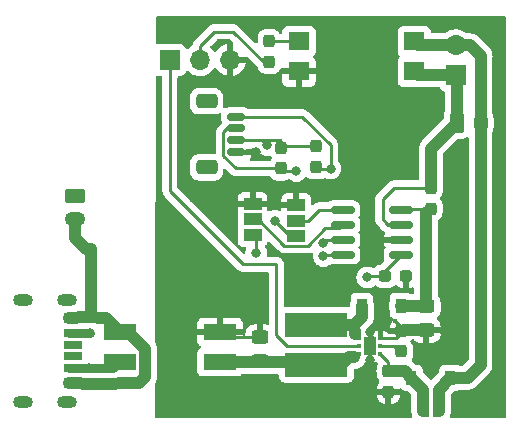
<source format=gbr>
%TF.GenerationSoftware,KiCad,Pcbnew,(6.0.4-0)*%
%TF.CreationDate,2022-07-08T14:11:35-06:00*%
%TF.ProjectId,TPS61165-heater-v6,54505336-3131-4363-952d-686561746572,rev?*%
%TF.SameCoordinates,Original*%
%TF.FileFunction,Copper,L1,Top*%
%TF.FilePolarity,Positive*%
%FSLAX46Y46*%
G04 Gerber Fmt 4.6, Leading zero omitted, Abs format (unit mm)*
G04 Created by KiCad (PCBNEW (6.0.4-0)) date 2022-07-08 14:11:35*
%MOMM*%
%LPD*%
G01*
G04 APERTURE LIST*
G04 Aperture macros list*
%AMRoundRect*
0 Rectangle with rounded corners*
0 $1 Rounding radius*
0 $2 $3 $4 $5 $6 $7 $8 $9 X,Y pos of 4 corners*
0 Add a 4 corners polygon primitive as box body*
4,1,4,$2,$3,$4,$5,$6,$7,$8,$9,$2,$3,0*
0 Add four circle primitives for the rounded corners*
1,1,$1+$1,$2,$3*
1,1,$1+$1,$4,$5*
1,1,$1+$1,$6,$7*
1,1,$1+$1,$8,$9*
0 Add four rect primitives between the rounded corners*
20,1,$1+$1,$2,$3,$4,$5,0*
20,1,$1+$1,$4,$5,$6,$7,0*
20,1,$1+$1,$6,$7,$8,$9,0*
20,1,$1+$1,$8,$9,$2,$3,0*%
%AMFreePoly0*
4,1,20,0.000000,0.744959,0.073905,0.744508,0.209726,0.703889,0.328688,0.626782,0.421226,0.519385,0.479903,0.390333,0.500000,0.250000,0.500000,-0.250000,0.499851,-0.262216,0.476331,-0.402017,0.414519,-0.529596,0.319384,-0.634700,0.198574,-0.708877,0.061801,-0.746166,0.000000,-0.745033,0.000000,-0.750000,-0.500000,-0.750000,-0.500000,0.750000,0.000000,0.750000,0.000000,0.744959,
0.000000,0.744959,$1*%
%AMFreePoly1*
4,1,22,0.500000,-0.750000,0.000000,-0.750000,0.000000,-0.745033,-0.079941,-0.743568,-0.215256,-0.701293,-0.333266,-0.622738,-0.424486,-0.514219,-0.481581,-0.384460,-0.499164,-0.250000,-0.500000,-0.250000,-0.500000,0.250000,-0.499164,0.250000,-0.499963,0.256109,-0.478152,0.396186,-0.417904,0.524511,-0.324060,0.630769,-0.204165,0.706417,-0.067858,0.745374,0.000000,0.744959,0.000000,0.750000,
0.500000,0.750000,0.500000,-0.750000,0.500000,-0.750000,$1*%
G04 Aperture macros list end*
%TA.AperFunction,SMDPad,CuDef*%
%ADD10R,1.600000X0.800000*%
%TD*%
%TA.AperFunction,SMDPad,CuDef*%
%ADD11R,1.600000X0.900000*%
%TD*%
%TA.AperFunction,ComponentPad*%
%ADD12O,1.700000X1.000000*%
%TD*%
%TA.AperFunction,SMDPad,CuDef*%
%ADD13R,2.825000X1.400000*%
%TD*%
%TA.AperFunction,SMDPad,CuDef*%
%ADD14RoundRect,0.237500X-0.237500X0.287500X-0.237500X-0.287500X0.237500X-0.287500X0.237500X0.287500X0*%
%TD*%
%TA.AperFunction,SMDPad,CuDef*%
%ADD15RoundRect,0.150000X-0.825000X-0.150000X0.825000X-0.150000X0.825000X0.150000X-0.825000X0.150000X0*%
%TD*%
%TA.AperFunction,SMDPad,CuDef*%
%ADD16FreePoly0,0.000000*%
%TD*%
%TA.AperFunction,SMDPad,CuDef*%
%ADD17FreePoly1,0.000000*%
%TD*%
%TA.AperFunction,SMDPad,CuDef*%
%ADD18R,0.900000X1.200000*%
%TD*%
%TA.AperFunction,SMDPad,CuDef*%
%ADD19R,1.800000X1.600000*%
%TD*%
%TA.AperFunction,SMDPad,CuDef*%
%ADD20R,5.300000X2.000000*%
%TD*%
%TA.AperFunction,SMDPad,CuDef*%
%ADD21R,1.500000X1.000000*%
%TD*%
%TA.AperFunction,SMDPad,CuDef*%
%ADD22RoundRect,0.237500X0.237500X-0.287500X0.237500X0.287500X-0.237500X0.287500X-0.237500X-0.287500X0*%
%TD*%
%TA.AperFunction,SMDPad,CuDef*%
%ADD23RoundRect,0.250000X0.650000X-0.350000X0.650000X0.350000X-0.650000X0.350000X-0.650000X-0.350000X0*%
%TD*%
%TA.AperFunction,SMDPad,CuDef*%
%ADD24RoundRect,0.150000X0.625000X-0.150000X0.625000X0.150000X-0.625000X0.150000X-0.625000X-0.150000X0*%
%TD*%
%TA.AperFunction,SMDPad,CuDef*%
%ADD25RoundRect,0.237500X-0.287500X-0.237500X0.287500X-0.237500X0.287500X0.237500X-0.287500X0.237500X0*%
%TD*%
%TA.AperFunction,ComponentPad*%
%ADD26O,1.700000X1.700000*%
%TD*%
%TA.AperFunction,ComponentPad*%
%ADD27R,1.700000X1.700000*%
%TD*%
%TA.AperFunction,SMDPad,CuDef*%
%ADD28R,1.000000X1.600000*%
%TD*%
%TA.AperFunction,SMDPad,CuDef*%
%ADD29RoundRect,0.093750X0.093750X0.106250X-0.093750X0.106250X-0.093750X-0.106250X0.093750X-0.106250X0*%
%TD*%
%TA.AperFunction,ComponentPad*%
%ADD30O,1.200000X1.750000*%
%TD*%
%TA.AperFunction,ComponentPad*%
%ADD31RoundRect,0.250000X-0.350000X-0.625000X0.350000X-0.625000X0.350000X0.625000X-0.350000X0.625000X0*%
%TD*%
%TA.AperFunction,ComponentPad*%
%ADD32O,1.750000X1.200000*%
%TD*%
%TA.AperFunction,ComponentPad*%
%ADD33RoundRect,0.250000X-0.625000X0.350000X-0.625000X-0.350000X0.625000X-0.350000X0.625000X0.350000X0*%
%TD*%
%TA.AperFunction,SMDPad,CuDef*%
%ADD34RoundRect,0.250000X0.450000X-0.325000X0.450000X0.325000X-0.450000X0.325000X-0.450000X-0.325000X0*%
%TD*%
%TA.AperFunction,SMDPad,CuDef*%
%ADD35RoundRect,0.250000X-0.450000X0.325000X-0.450000X-0.325000X0.450000X-0.325000X0.450000X0.325000X0*%
%TD*%
%TA.AperFunction,ViaPad*%
%ADD36C,0.800000*%
%TD*%
%TA.AperFunction,Conductor*%
%ADD37C,0.800000*%
%TD*%
%TA.AperFunction,Conductor*%
%ADD38C,1.000000*%
%TD*%
%TA.AperFunction,Conductor*%
%ADD39C,0.250000*%
%TD*%
G04 APERTURE END LIST*
D10*
%TO.P,J1,B5,CC2*%
%TO.N,unconnected-(J1-PadB5)*%
X122800000Y-84300000D03*
%TO.P,J1,A5,CC1*%
%TO.N,unconnected-(J1-PadA5)*%
X122800000Y-83300000D03*
%TO.P,J1,B9,VBUS*%
%TO.N,Net-(FL1-Pad2)*%
X122800000Y-82280000D03*
%TO.P,J1,A9,VBUS*%
X122800000Y-85320000D03*
D11*
%TO.P,J1,B12,GND*%
%TO.N,Net-(FL1-Pad1)*%
X122800000Y-81050000D03*
%TO.P,J1,A12,GND*%
X122800000Y-86550000D03*
D12*
%TO.P,J1,0,SHIELD*%
%TO.N,unconnected-(J1-Pad0)*%
X118520000Y-88120000D03*
X118520000Y-79480000D03*
X122320000Y-79480000D03*
X122320000Y-88120000D03*
%TD*%
D13*
%TO.P,FL1,4,4*%
%TO.N,GND*%
X135237000Y-82230000D03*
%TO.P,FL1,3,3*%
%TO.N,+5VD*%
X135237000Y-84770000D03*
%TO.P,FL1,2,2*%
%TO.N,Net-(FL1-Pad2)*%
X126763000Y-84770000D03*
%TO.P,FL1,1,1*%
%TO.N,Net-(FL1-Pad1)*%
X126763000Y-82230000D03*
%TD*%
D14*
%TO.P,R3,2*%
%TO.N,Net-(C2-Pad1)*%
X153100000Y-71775000D03*
%TO.P,R3,1*%
%TO.N,Net-(J3-Pad1)*%
X153100000Y-70025000D03*
%TD*%
D15*
%TO.P,U3,8,IN+*%
%TO.N,Net-(C2-Pad1)*%
X150575000Y-71895000D03*
%TO.P,U3,7,IN-*%
%TO.N,Net-(J3-Pad1)*%
X150575000Y-73165000D03*
%TO.P,U3,6,GND*%
%TO.N,GND*%
X150575000Y-74435000D03*
%TO.P,U3,5,VS*%
%TO.N,Net-(C4-Pad1)*%
X150575000Y-75705000D03*
%TO.P,U3,4,SCL*%
%TO.N,/scl*%
X145625000Y-75705000D03*
%TO.P,U3,3,SDA*%
%TO.N,/sda*%
X145625000Y-74435000D03*
%TO.P,U3,2,A0*%
%TO.N,Net-(JP1-Pad2)*%
X145625000Y-73165000D03*
%TO.P,U3,1,A1*%
%TO.N,Net-(JP2-Pad2)*%
X145625000Y-71895000D03*
%TD*%
D16*
%TO.P,JP3,2,B*%
%TO.N,Net-(D2-Pad1)*%
X153750000Y-88700000D03*
D17*
%TO.P,JP3,1,A*%
%TO.N,Net-(D2-Pad2)*%
X152450000Y-88700000D03*
%TD*%
D18*
%TO.P,D2,2,A*%
%TO.N,Net-(D2-Pad2)*%
X151450000Y-86100000D03*
%TO.P,D2,1,K*%
%TO.N,Net-(D2-Pad1)*%
X154750000Y-86100000D03*
%TD*%
D19*
%TO.P,U2,4*%
%TO.N,Net-(D2-Pad1)*%
X151676000Y-57630000D03*
%TO.P,U2,3*%
%TO.N,Net-(J3-Pad1)*%
X151676000Y-60170000D03*
%TO.P,U2,2*%
%TO.N,GND*%
X141924000Y-60170000D03*
%TO.P,U2,1*%
%TO.N,Net-(R2-Pad2)*%
X141924000Y-57630000D03*
%TD*%
D20*
%TO.P,L1,2,2*%
%TO.N,Net-(D1-Pad2)*%
X143400000Y-81600000D03*
%TO.P,L1,1,1*%
%TO.N,+5VD*%
X143400000Y-85000000D03*
%TD*%
D21*
%TO.P,JP2,1,A*%
%TO.N,Net-(C4-Pad1)*%
X141700000Y-74100000D03*
%TO.P,JP2,2,C*%
%TO.N,Net-(JP2-Pad2)*%
X141700000Y-72800000D03*
%TO.P,JP2,3,B*%
%TO.N,GND*%
X141700000Y-71500000D03*
%TD*%
%TO.P,JP1,1,A*%
%TO.N,Net-(C4-Pad1)*%
X138000000Y-74000000D03*
%TO.P,JP1,2,C*%
%TO.N,Net-(JP1-Pad2)*%
X138000000Y-72700000D03*
%TO.P,JP1,3,B*%
%TO.N,GND*%
X138000000Y-71400000D03*
%TD*%
D22*
%TO.P,R5,2*%
%TO.N,Net-(C4-Pad1)*%
X143400000Y-66525000D03*
%TO.P,R5,1*%
%TO.N,/scl*%
X143400000Y-68275000D03*
%TD*%
%TO.P,R4,2*%
%TO.N,Net-(C4-Pad1)*%
X140400000Y-66625000D03*
%TO.P,R4,1*%
%TO.N,/sda*%
X140400000Y-68375000D03*
%TD*%
D23*
%TO.P,J7,MP*%
%TO.N,N/C*%
X134100000Y-62700000D03*
X134100000Y-68300000D03*
D24*
%TO.P,J7,4,SCL*%
%TO.N,/scl*%
X136625000Y-64000000D03*
%TO.P,J7,3,SDA*%
%TO.N,/sda*%
X136625000Y-65000000D03*
%TO.P,J7,2,VCC*%
%TO.N,Net-(C4-Pad1)*%
X136625000Y-66000000D03*
%TO.P,J7,1,gnd*%
%TO.N,GND*%
X136625000Y-67000000D03*
%TD*%
D25*
%TO.P,C4,2*%
%TO.N,GND*%
X150975000Y-77500000D03*
%TO.P,C4,1*%
%TO.N,Net-(C4-Pad1)*%
X149225000Y-77500000D03*
%TD*%
D22*
%TO.P,R2,2*%
%TO.N,Net-(R2-Pad2)*%
X139400000Y-57625000D03*
%TO.P,R2,1*%
%TO.N,Net-(J6-Pad2)*%
X139400000Y-59375000D03*
%TD*%
D26*
%TO.P,J6,3,Pin_3*%
%TO.N,GND*%
X136080000Y-59200000D03*
%TO.P,J6,2,Pin_2*%
%TO.N,Net-(J6-Pad2)*%
X133540000Y-59200000D03*
D27*
%TO.P,J6,1,Pin_1*%
%TO.N,Net-(J6-Pad1)*%
X131000000Y-59200000D03*
%TD*%
D28*
%TO.P,U1,7,EP*%
%TO.N,GND*%
X147930000Y-83430000D03*
D29*
%TO.P,U1,6,VIN*%
%TO.N,+5VD*%
X147042500Y-84080000D03*
%TO.P,U1,5,CTRL*%
%TO.N,Net-(J6-Pad1)*%
X147042500Y-83430000D03*
%TO.P,U1,4,SW*%
%TO.N,Net-(D1-Pad2)*%
X147042500Y-82780000D03*
%TO.P,U1,3,GND*%
%TO.N,GND*%
X148817500Y-82780000D03*
%TO.P,U1,2,COMP*%
%TO.N,Net-(C1-Pad1)*%
X148817500Y-83430000D03*
%TO.P,U1,1,FB*%
%TO.N,Net-(D2-Pad2)*%
X148817500Y-84080000D03*
%TD*%
D14*
%TO.P,R1,2*%
%TO.N,GND*%
X149500000Y-87275000D03*
%TO.P,R1,1*%
%TO.N,Net-(D2-Pad2)*%
X149500000Y-85525000D03*
%TD*%
D30*
%TO.P,J4,2,-*%
%TO.N,Net-(D2-Pad1)*%
X157300000Y-64500000D03*
D31*
%TO.P,J4,1,+*%
%TO.N,Net-(J3-Pad1)*%
X155300000Y-64500000D03*
%TD*%
D26*
%TO.P,J3,2,Pin_2*%
%TO.N,Net-(D2-Pad1)*%
X155200000Y-57960000D03*
D27*
%TO.P,J3,1,Pin_1*%
%TO.N,Net-(J3-Pad1)*%
X155200000Y-60500000D03*
%TD*%
D32*
%TO.P,J2,2,-*%
%TO.N,Net-(FL1-Pad1)*%
X123000000Y-72700000D03*
D33*
%TO.P,J2,1,+*%
%TO.N,Net-(FL1-Pad2)*%
X123000000Y-70700000D03*
%TD*%
D18*
%TO.P,D1,2,A*%
%TO.N,Net-(D1-Pad2)*%
X147250000Y-80000000D03*
%TO.P,D1,1,K*%
%TO.N,Net-(C2-Pad1)*%
X150550000Y-80000000D03*
%TD*%
D34*
%TO.P,C3,2*%
%TO.N,GND*%
X138600000Y-82675000D03*
%TO.P,C3,1*%
%TO.N,+5VD*%
X138600000Y-84725000D03*
%TD*%
D35*
%TO.P,C2,2*%
%TO.N,GND*%
X152700000Y-82100000D03*
%TO.P,C2,1*%
%TO.N,Net-(C2-Pad1)*%
X152700000Y-80050000D03*
%TD*%
D22*
%TO.P,C1,2*%
%TO.N,GND*%
X150600000Y-82125000D03*
%TO.P,C1,1*%
%TO.N,Net-(C1-Pad1)*%
X150600000Y-83875000D03*
%TD*%
D36*
%TO.N,Net-(FL1-Pad2)*%
X124200000Y-82300000D03*
X124180000Y-85320000D03*
%TO.N,GND*%
X147900000Y-83800000D03*
X147900000Y-83000000D03*
X147900000Y-84600000D03*
X147900000Y-82200000D03*
X147900000Y-87300000D03*
X152700000Y-83600000D03*
X149500000Y-88800000D03*
X138400000Y-79300000D03*
X141700000Y-79300000D03*
X138350000Y-80650000D03*
X141700000Y-78000000D03*
X141700000Y-71500000D03*
X138000000Y-71400000D03*
X138300000Y-67025000D03*
%TO.N,Net-(C4-Pad1)*%
X147700000Y-77600000D03*
X138300000Y-75500000D03*
X139200000Y-66400000D03*
X139900000Y-72800000D03*
%TO.N,/scl*%
X144000000Y-75800000D03*
X144600000Y-68400000D03*
%TO.N,/sda*%
X143980154Y-74680154D03*
X141700000Y-68600000D03*
%TD*%
D37*
%TO.N,Net-(FL1-Pad2)*%
X124180000Y-82280000D02*
X124200000Y-82300000D01*
X122475000Y-82280000D02*
X124180000Y-82280000D01*
X124180000Y-85320000D02*
X126213000Y-85320000D01*
X122475000Y-85320000D02*
X124180000Y-85320000D01*
X126213000Y-85320000D02*
X126763000Y-84770000D01*
D38*
%TO.N,GND*%
X152700000Y-82100000D02*
X150800000Y-82100000D01*
D39*
X150025000Y-81200000D02*
X149900000Y-81200000D01*
X149900000Y-81200000D02*
X150800000Y-82100000D01*
X150600000Y-81775000D02*
X150025000Y-81200000D01*
X150120000Y-82780000D02*
X150600000Y-82300000D01*
X148817500Y-82780000D02*
X150120000Y-82780000D01*
X138600000Y-82675000D02*
X135682000Y-82675000D01*
X138600000Y-82675000D02*
X138600000Y-80900000D01*
X138600000Y-80900000D02*
X138350000Y-80650000D01*
X138275000Y-67000000D02*
X138300000Y-67025000D01*
X136625000Y-67000000D02*
X138275000Y-67000000D01*
%TO.N,Net-(C1-Pad1)*%
X149980000Y-83430000D02*
X148817500Y-83430000D01*
X150600000Y-84050000D02*
X149980000Y-83430000D01*
D38*
%TO.N,Net-(C2-Pad1)*%
X150550000Y-80000000D02*
X152650000Y-80000000D01*
D39*
X153100000Y-71775000D02*
X150695000Y-71775000D01*
D38*
X152700000Y-72175000D02*
X153100000Y-71775000D01*
X152700000Y-80050000D02*
X152700000Y-72175000D01*
%TO.N,+5VD*%
X135237000Y-84770000D02*
X143170000Y-84770000D01*
X145500000Y-85000000D02*
X146169990Y-84330010D01*
X146169990Y-84330010D02*
X146619962Y-84330010D01*
%TO.N,Net-(D1-Pad2)*%
X143400000Y-81600000D02*
X145900000Y-81600000D01*
X147250000Y-80950000D02*
X146600000Y-81600000D01*
X147250000Y-80000000D02*
X147250000Y-80950000D01*
X146600000Y-81600000D02*
X146700000Y-82400000D01*
X145900000Y-81600000D02*
X146600000Y-81600000D01*
D39*
X146700000Y-82625000D02*
X146700000Y-82400000D01*
X146855000Y-82780000D02*
X146700000Y-82625000D01*
X147042500Y-82780000D02*
X146855000Y-82780000D01*
D38*
%TO.N,Net-(FL1-Pad1)*%
X126763000Y-82230000D02*
X125583000Y-81050000D01*
X127475500Y-82230000D02*
X128875501Y-83630001D01*
X128875501Y-86030001D02*
X128355491Y-86550011D01*
X128875501Y-83630001D02*
X128875501Y-86030001D01*
X124600000Y-86600000D02*
X122475000Y-86550011D01*
X128355491Y-86550011D02*
X124600000Y-86600000D01*
X124300000Y-75225010D02*
X124300000Y-80974990D01*
X123000000Y-74300000D02*
X123925010Y-75225010D01*
X123900000Y-81000000D02*
X122475000Y-81050000D01*
X123925010Y-80974990D02*
X123900000Y-81000000D01*
X123000000Y-72700000D02*
X123000000Y-74300000D01*
X125583000Y-81050000D02*
X123900000Y-81000000D01*
D39*
%TO.N,Net-(D2-Pad2)*%
X149500000Y-84762500D02*
X148817500Y-84080000D01*
X149500000Y-85525000D02*
X149500000Y-84762500D01*
%TO.N,Net-(J6-Pad1)*%
X147042500Y-83430000D02*
X140943190Y-83430000D01*
X140943190Y-83430000D02*
X140000000Y-82486810D01*
X140000000Y-82486810D02*
X140000000Y-76500000D01*
X140000000Y-76500000D02*
X137300000Y-76500000D01*
X137200000Y-76500000D02*
X137300000Y-76500000D01*
X131000000Y-70300000D02*
X137200000Y-76500000D01*
X131000000Y-59200000D02*
X131000000Y-70300000D01*
D38*
%TO.N,Net-(J3-Pad1)*%
X153100000Y-66700000D02*
X155300000Y-64500000D01*
X153100000Y-70025000D02*
X153100000Y-66700000D01*
X155300000Y-64500000D02*
X155300000Y-60600000D01*
X152006000Y-60500000D02*
X151676000Y-60170000D01*
X155200000Y-60500000D02*
X152006000Y-60500000D01*
D39*
X150575000Y-73165000D02*
X149435000Y-73165000D01*
X149274990Y-73004990D02*
X149274990Y-72974990D01*
X149435000Y-73165000D02*
X149274990Y-73004990D01*
X149274990Y-72974990D02*
X149000000Y-72700000D01*
X149000000Y-72700000D02*
X149000000Y-71000000D01*
X149975000Y-70025000D02*
X153100000Y-70025000D01*
X149000000Y-71000000D02*
X149975000Y-70025000D01*
%TO.N,Net-(J6-Pad2)*%
X133540000Y-57997919D02*
X134737919Y-56800000D01*
X133540000Y-59200000D02*
X133540000Y-57997919D01*
X138925000Y-59375000D02*
X139400000Y-59375000D01*
X136350000Y-56800000D02*
X138925000Y-59375000D01*
X134737919Y-56800000D02*
X136350000Y-56800000D01*
%TO.N,Net-(R2-Pad2)*%
X141924000Y-57630000D02*
X139405000Y-57630000D01*
%TO.N,Net-(C4-Pad1)*%
X140500000Y-66500000D02*
X143700000Y-66500000D01*
X147800000Y-77500000D02*
X147700000Y-77600000D01*
X149225000Y-77500000D02*
X147800000Y-77500000D01*
X138300000Y-75500000D02*
X138300000Y-74300000D01*
X140400000Y-66100000D02*
X140400000Y-66625000D01*
X140300000Y-66000000D02*
X140400000Y-66100000D01*
X138800000Y-66000000D02*
X139200000Y-66400000D01*
X138600000Y-66000000D02*
X138800000Y-66000000D01*
X136625000Y-66000000D02*
X138600000Y-66000000D01*
X138600000Y-66000000D02*
X140300000Y-66000000D01*
X139900000Y-72800000D02*
X141200000Y-74100000D01*
X149225000Y-77055000D02*
X150575000Y-75705000D01*
X149225000Y-77500000D02*
X149225000Y-77055000D01*
%TO.N,/scl*%
X144095000Y-75705000D02*
X144000000Y-75800000D01*
X145625000Y-75705000D02*
X144095000Y-75705000D01*
X144600000Y-68400000D02*
X143525000Y-68400000D01*
X144600000Y-66404490D02*
X144600000Y-68400000D01*
X142195510Y-64000000D02*
X144600000Y-66404490D01*
X136625000Y-64000000D02*
X142195510Y-64000000D01*
%TO.N,/sda*%
X135524990Y-65325010D02*
X135524990Y-67346758D01*
X135850000Y-65000000D02*
X135524990Y-65325010D01*
X136625000Y-65000000D02*
X135850000Y-65000000D01*
X136553232Y-68375000D02*
X140400000Y-68375000D01*
X144225308Y-74435000D02*
X143980154Y-74680154D01*
X145625000Y-74435000D02*
X144225308Y-74435000D01*
X141700000Y-68600000D02*
X140625000Y-68600000D01*
X135524990Y-67346758D02*
X136553232Y-68375000D01*
%TO.N,Net-(JP2-Pad2)*%
X143605000Y-71895000D02*
X144650000Y-71895000D01*
X144650000Y-71895000D02*
X145625000Y-71895000D01*
X142700000Y-72800000D02*
X143605000Y-71895000D01*
X141700000Y-72800000D02*
X142700000Y-72800000D01*
%TO.N,Net-(JP1-Pad2)*%
X140689999Y-74925001D02*
X138464998Y-72700000D01*
X142710001Y-74925001D02*
X140689999Y-74925001D01*
X144170002Y-73465000D02*
X142710001Y-74925001D01*
X145325000Y-73465000D02*
X144170002Y-73465000D01*
X145625000Y-73165000D02*
X145325000Y-73465000D01*
D38*
%TO.N,Net-(D2-Pad2)*%
X150875000Y-85525000D02*
X151450000Y-86100000D01*
X149500000Y-85525000D02*
X150875000Y-85525000D01*
X152450000Y-87100000D02*
X151450000Y-86100000D01*
X152450000Y-88700000D02*
X152450000Y-87100000D01*
%TO.N,Net-(D2-Pad1)*%
X153750000Y-87100000D02*
X154750000Y-86100000D01*
X153750000Y-88700000D02*
X153750000Y-87100000D01*
X157300000Y-85000000D02*
X157300000Y-64500000D01*
X156200000Y-86100000D02*
X157300000Y-85000000D01*
X154750000Y-86100000D02*
X156200000Y-86100000D01*
X156402081Y-57960000D02*
X155200000Y-57960000D01*
X157300000Y-58857919D02*
X156402081Y-57960000D01*
X157300000Y-64500000D02*
X157300000Y-58857919D01*
X152006000Y-57960000D02*
X151676000Y-57630000D01*
X155200000Y-57960000D02*
X152006000Y-57960000D01*
%TD*%
%TA.AperFunction,Conductor*%
%TO.N,GND*%
G36*
X159433621Y-55528502D02*
G01*
X159480114Y-55582158D01*
X159491500Y-55634500D01*
X159491500Y-89365500D01*
X159471498Y-89433621D01*
X159417842Y-89480114D01*
X159365500Y-89491500D01*
X154813710Y-89491500D01*
X154745589Y-89471498D01*
X154699096Y-89417842D01*
X154688992Y-89347568D01*
X154693675Y-89327192D01*
X154737838Y-89188812D01*
X154761600Y-89047574D01*
X154768682Y-88968627D01*
X154768833Y-88956285D01*
X154763995Y-88881964D01*
X154763729Y-88873779D01*
X154763729Y-88529481D01*
X154764233Y-88518223D01*
X154768464Y-88471053D01*
X154768682Y-88468627D01*
X154768833Y-88456285D01*
X154763683Y-88377171D01*
X154759773Y-88349869D01*
X154758500Y-88332006D01*
X154758500Y-87569926D01*
X154778502Y-87501805D01*
X154795404Y-87480831D01*
X155030829Y-87245405D01*
X155093142Y-87211380D01*
X155119925Y-87208500D01*
X155248134Y-87208500D01*
X155310316Y-87201745D01*
X155446705Y-87150615D01*
X155469311Y-87133673D01*
X155535815Y-87108826D01*
X155544874Y-87108500D01*
X156138157Y-87108500D01*
X156151764Y-87109237D01*
X156183262Y-87112659D01*
X156183267Y-87112659D01*
X156189388Y-87113324D01*
X156215638Y-87111027D01*
X156239388Y-87108950D01*
X156244214Y-87108621D01*
X156246686Y-87108500D01*
X156249769Y-87108500D01*
X156261738Y-87107326D01*
X156292506Y-87104310D01*
X156293819Y-87104188D01*
X156338084Y-87100315D01*
X156386413Y-87096087D01*
X156391532Y-87094600D01*
X156396833Y-87094080D01*
X156485834Y-87067209D01*
X156486967Y-87066874D01*
X156570414Y-87042630D01*
X156570418Y-87042628D01*
X156576336Y-87040909D01*
X156581068Y-87038456D01*
X156586169Y-87036916D01*
X156591612Y-87034022D01*
X156668260Y-86993269D01*
X156669426Y-86992657D01*
X156746453Y-86952729D01*
X156751926Y-86949892D01*
X156756089Y-86946569D01*
X156760796Y-86944066D01*
X156832918Y-86885245D01*
X156833774Y-86884554D01*
X156872973Y-86853262D01*
X156875477Y-86850758D01*
X156876195Y-86850116D01*
X156880528Y-86846415D01*
X156914062Y-86819065D01*
X156943288Y-86783737D01*
X156951277Y-86774958D01*
X157969379Y-85756855D01*
X157979522Y-85747753D01*
X158004218Y-85727897D01*
X158009025Y-85724032D01*
X158041292Y-85685578D01*
X158044472Y-85681931D01*
X158046115Y-85680119D01*
X158048309Y-85677925D01*
X158075642Y-85644651D01*
X158076348Y-85643800D01*
X158086027Y-85632266D01*
X158136154Y-85572526D01*
X158138722Y-85567856D01*
X158142103Y-85563739D01*
X158185977Y-85481914D01*
X158186606Y-85480755D01*
X158228462Y-85404619D01*
X158228465Y-85404611D01*
X158231433Y-85399213D01*
X158233045Y-85394131D01*
X158235562Y-85389437D01*
X158262747Y-85300523D01*
X158263139Y-85299265D01*
X158289372Y-85216567D01*
X158291235Y-85210694D01*
X158291829Y-85205403D01*
X158293388Y-85200302D01*
X158302790Y-85107737D01*
X158302925Y-85106470D01*
X158304605Y-85091500D01*
X158306848Y-85071498D01*
X158308108Y-85060270D01*
X158308108Y-85060265D01*
X158308500Y-85056773D01*
X158308500Y-85053248D01*
X158308555Y-85052263D01*
X158309004Y-85046559D01*
X158312752Y-85009666D01*
X158312752Y-85009661D01*
X158313374Y-85003538D01*
X158309059Y-84957891D01*
X158308500Y-84946033D01*
X158308500Y-65262557D01*
X158317634Y-65215459D01*
X158352769Y-65128276D01*
X158367686Y-65091263D01*
X158408228Y-64883663D01*
X158408500Y-64878101D01*
X158408500Y-64172154D01*
X158393452Y-64014434D01*
X158333908Y-63811466D01*
X158322484Y-63789285D01*
X158308500Y-63731593D01*
X158308500Y-58919761D01*
X158309237Y-58906154D01*
X158312659Y-58874656D01*
X158312659Y-58874651D01*
X158313324Y-58868530D01*
X158308950Y-58818528D01*
X158308621Y-58813703D01*
X158308500Y-58811232D01*
X158308500Y-58808150D01*
X158305332Y-58775841D01*
X158304309Y-58765408D01*
X158304187Y-58764093D01*
X158296623Y-58677638D01*
X158296087Y-58671506D01*
X158294600Y-58666387D01*
X158294080Y-58661086D01*
X158267218Y-58572113D01*
X158266862Y-58570913D01*
X158262483Y-58555840D01*
X158240909Y-58481582D01*
X158238455Y-58476848D01*
X158236916Y-58471750D01*
X158193316Y-58389750D01*
X158192702Y-58388582D01*
X158152726Y-58311460D01*
X158152725Y-58311459D01*
X158149892Y-58305993D01*
X158146569Y-58301830D01*
X158144066Y-58297123D01*
X158085245Y-58225001D01*
X158084554Y-58224145D01*
X158053262Y-58184946D01*
X158050758Y-58182442D01*
X158050116Y-58181724D01*
X158046415Y-58177391D01*
X158019065Y-58143857D01*
X157983733Y-58114628D01*
X157974963Y-58106647D01*
X157158932Y-57290617D01*
X157149830Y-57280473D01*
X157129978Y-57255782D01*
X157126113Y-57250975D01*
X157087659Y-57218708D01*
X157084012Y-57215528D01*
X157082200Y-57213885D01*
X157080006Y-57211691D01*
X157046732Y-57184358D01*
X157045934Y-57183696D01*
X156974607Y-57123846D01*
X156969937Y-57121278D01*
X156965820Y-57117897D01*
X156883995Y-57074023D01*
X156882836Y-57073394D01*
X156806700Y-57031538D01*
X156806692Y-57031535D01*
X156801294Y-57028567D01*
X156796212Y-57026955D01*
X156791518Y-57024438D01*
X156702550Y-56997238D01*
X156701522Y-56996918D01*
X156612775Y-56968765D01*
X156607479Y-56968171D01*
X156602383Y-56966613D01*
X156509824Y-56957210D01*
X156508688Y-56957089D01*
X156475073Y-56953319D01*
X156462351Y-56951892D01*
X156462347Y-56951892D01*
X156458854Y-56951500D01*
X156455327Y-56951500D01*
X156454342Y-56951445D01*
X156448662Y-56950998D01*
X156419256Y-56948011D01*
X156411744Y-56947248D01*
X156411742Y-56947248D01*
X156405619Y-56946626D01*
X156363340Y-56950623D01*
X156359972Y-56950941D01*
X156348114Y-56951500D01*
X156158799Y-56951500D01*
X156090678Y-56931498D01*
X156080707Y-56924382D01*
X155958414Y-56827800D01*
X155958410Y-56827798D01*
X155954359Y-56824598D01*
X155758789Y-56716638D01*
X155753920Y-56714914D01*
X155753916Y-56714912D01*
X155553087Y-56643795D01*
X155553083Y-56643794D01*
X155548212Y-56642069D01*
X155543119Y-56641162D01*
X155543116Y-56641161D01*
X155333373Y-56603800D01*
X155333367Y-56603799D01*
X155328284Y-56602894D01*
X155254452Y-56601992D01*
X155110081Y-56600228D01*
X155110079Y-56600228D01*
X155104911Y-56600165D01*
X154884091Y-56633955D01*
X154671756Y-56703357D01*
X154473607Y-56806507D01*
X154469474Y-56809610D01*
X154469471Y-56809612D01*
X154314111Y-56926260D01*
X154247626Y-56951166D01*
X154238458Y-56951500D01*
X153210500Y-56951500D01*
X153142379Y-56931498D01*
X153095886Y-56877842D01*
X153084500Y-56825500D01*
X153084500Y-56781866D01*
X153077745Y-56719684D01*
X153026615Y-56583295D01*
X152939261Y-56466739D01*
X152822705Y-56379385D01*
X152686316Y-56328255D01*
X152624134Y-56321500D01*
X150727866Y-56321500D01*
X150665684Y-56328255D01*
X150529295Y-56379385D01*
X150412739Y-56466739D01*
X150325385Y-56583295D01*
X150274255Y-56719684D01*
X150267500Y-56781866D01*
X150267500Y-58478134D01*
X150274255Y-58540316D01*
X150325385Y-58676705D01*
X150412739Y-58793261D01*
X150420628Y-58799174D01*
X150421155Y-58799878D01*
X150426269Y-58804992D01*
X150425531Y-58805730D01*
X150463143Y-58856031D01*
X150468170Y-58926849D01*
X150434112Y-58989143D01*
X150420633Y-59000823D01*
X150412739Y-59006739D01*
X150325385Y-59123295D01*
X150274255Y-59259684D01*
X150267500Y-59321866D01*
X150267500Y-61018134D01*
X150274255Y-61080316D01*
X150325385Y-61216705D01*
X150412739Y-61333261D01*
X150529295Y-61420615D01*
X150665684Y-61471745D01*
X150727866Y-61478500D01*
X151735655Y-61478500D01*
X151773752Y-61484398D01*
X151795306Y-61491235D01*
X151800602Y-61491829D01*
X151805698Y-61493387D01*
X151898222Y-61502785D01*
X151899342Y-61502905D01*
X151932664Y-61506642D01*
X151945730Y-61508108D01*
X151945734Y-61508108D01*
X151949227Y-61508500D01*
X151952754Y-61508500D01*
X151953757Y-61508556D01*
X151959441Y-61509003D01*
X151984857Y-61511585D01*
X151996336Y-61512751D01*
X151996338Y-61512751D01*
X152002462Y-61513373D01*
X152048101Y-61509059D01*
X152059957Y-61508500D01*
X153778991Y-61508500D01*
X153847112Y-61528502D01*
X153893605Y-61582158D01*
X153895903Y-61587694D01*
X153896232Y-61588296D01*
X153899385Y-61596705D01*
X153986739Y-61713261D01*
X154103295Y-61800615D01*
X154111703Y-61803767D01*
X154209730Y-61840516D01*
X154266494Y-61883158D01*
X154291194Y-61949719D01*
X154291500Y-61958498D01*
X154291500Y-63462015D01*
X154272759Y-63528132D01*
X154261726Y-63546030D01*
X154261724Y-63546033D01*
X154257885Y-63552262D01*
X154202203Y-63720139D01*
X154191500Y-63824600D01*
X154191500Y-64130075D01*
X154171498Y-64198196D01*
X154154595Y-64219170D01*
X152430621Y-65943145D01*
X152420478Y-65952247D01*
X152390975Y-65975968D01*
X152387008Y-65980696D01*
X152358709Y-66014421D01*
X152355528Y-66018069D01*
X152353885Y-66019881D01*
X152351691Y-66022075D01*
X152324358Y-66055349D01*
X152323696Y-66056147D01*
X152263846Y-66127474D01*
X152261278Y-66132144D01*
X152257897Y-66136261D01*
X152253709Y-66144072D01*
X152214023Y-66218086D01*
X152213394Y-66219245D01*
X152171538Y-66295381D01*
X152171535Y-66295389D01*
X152168567Y-66300787D01*
X152166955Y-66305869D01*
X152164438Y-66310563D01*
X152137238Y-66399531D01*
X152136918Y-66400559D01*
X152108765Y-66489306D01*
X152108171Y-66494602D01*
X152106613Y-66499698D01*
X152105990Y-66505834D01*
X152097218Y-66592187D01*
X152097089Y-66593393D01*
X152093319Y-66627008D01*
X152092019Y-66638604D01*
X152091500Y-66643227D01*
X152091500Y-66646754D01*
X152091445Y-66647739D01*
X152090998Y-66653419D01*
X152086626Y-66696462D01*
X152090623Y-66738741D01*
X152090941Y-66742109D01*
X152091500Y-66753967D01*
X152091500Y-69265500D01*
X152071498Y-69333621D01*
X152017842Y-69380114D01*
X151965500Y-69391500D01*
X150053767Y-69391500D01*
X150042584Y-69390973D01*
X150035091Y-69389298D01*
X150027165Y-69389547D01*
X150027164Y-69389547D01*
X149967014Y-69391438D01*
X149963055Y-69391500D01*
X149935144Y-69391500D01*
X149931210Y-69391997D01*
X149931209Y-69391997D01*
X149931144Y-69392005D01*
X149919307Y-69392938D01*
X149887490Y-69393938D01*
X149883029Y-69394078D01*
X149875110Y-69394327D01*
X149857454Y-69399456D01*
X149855658Y-69399978D01*
X149836306Y-69403986D01*
X149829235Y-69404880D01*
X149816203Y-69406526D01*
X149808834Y-69409443D01*
X149808832Y-69409444D01*
X149775097Y-69422800D01*
X149763869Y-69426645D01*
X149721407Y-69438982D01*
X149714585Y-69443016D01*
X149714579Y-69443019D01*
X149703968Y-69449294D01*
X149686218Y-69457990D01*
X149674756Y-69462528D01*
X149674751Y-69462531D01*
X149667383Y-69465448D01*
X149649970Y-69478099D01*
X149631625Y-69491427D01*
X149621707Y-69497943D01*
X149606177Y-69507128D01*
X149583637Y-69520458D01*
X149569313Y-69534782D01*
X149554281Y-69547621D01*
X149537893Y-69559528D01*
X149509712Y-69593593D01*
X149501722Y-69602373D01*
X148607747Y-70496348D01*
X148599461Y-70503888D01*
X148592982Y-70508000D01*
X148587557Y-70513777D01*
X148546357Y-70557651D01*
X148543602Y-70560493D01*
X148523865Y-70580230D01*
X148521385Y-70583427D01*
X148513682Y-70592447D01*
X148483414Y-70624679D01*
X148479595Y-70631625D01*
X148479593Y-70631628D01*
X148473652Y-70642434D01*
X148462801Y-70658953D01*
X148450386Y-70674959D01*
X148447241Y-70682228D01*
X148447238Y-70682232D01*
X148432826Y-70715537D01*
X148427609Y-70726187D01*
X148406305Y-70764940D01*
X148404334Y-70772615D01*
X148404334Y-70772616D01*
X148401267Y-70784562D01*
X148394863Y-70803266D01*
X148386819Y-70821855D01*
X148385580Y-70829678D01*
X148385577Y-70829688D01*
X148379901Y-70865524D01*
X148377495Y-70877144D01*
X148376147Y-70882396D01*
X148366500Y-70919970D01*
X148366500Y-70940224D01*
X148364949Y-70959934D01*
X148361780Y-70979943D01*
X148362526Y-70987835D01*
X148365941Y-71023961D01*
X148366500Y-71035819D01*
X148366500Y-72621233D01*
X148365973Y-72632416D01*
X148364298Y-72639909D01*
X148364547Y-72647835D01*
X148364547Y-72647836D01*
X148366438Y-72707986D01*
X148366500Y-72711945D01*
X148366500Y-72739856D01*
X148366997Y-72743790D01*
X148366997Y-72743791D01*
X148367005Y-72743856D01*
X148367938Y-72755693D01*
X148369327Y-72799889D01*
X148374978Y-72819339D01*
X148378987Y-72838700D01*
X148381526Y-72858797D01*
X148384445Y-72866168D01*
X148384445Y-72866170D01*
X148397804Y-72899912D01*
X148401649Y-72911142D01*
X148409435Y-72937942D01*
X148413982Y-72953593D01*
X148418015Y-72960412D01*
X148418017Y-72960417D01*
X148424293Y-72971028D01*
X148432988Y-72988776D01*
X148440448Y-73007617D01*
X148445110Y-73014033D01*
X148445110Y-73014034D01*
X148466436Y-73043387D01*
X148472952Y-73053307D01*
X148495458Y-73091362D01*
X148509779Y-73105683D01*
X148522619Y-73120716D01*
X148534528Y-73137107D01*
X148540634Y-73142158D01*
X148568605Y-73165298D01*
X148577384Y-73173288D01*
X148705061Y-73300965D01*
X148717903Y-73316000D01*
X148741426Y-73348377D01*
X148747942Y-73358297D01*
X148764041Y-73385518D01*
X148770448Y-73396352D01*
X148784769Y-73410673D01*
X148797609Y-73425706D01*
X148809518Y-73442097D01*
X148819071Y-73450000D01*
X148843595Y-73470288D01*
X148852374Y-73478278D01*
X148931343Y-73557247D01*
X148938887Y-73565537D01*
X148943000Y-73572018D01*
X148948777Y-73577443D01*
X148992667Y-73618658D01*
X148995509Y-73621413D01*
X149015230Y-73641134D01*
X149018425Y-73643612D01*
X149027447Y-73651318D01*
X149059679Y-73681586D01*
X149066628Y-73685406D01*
X149077432Y-73691346D01*
X149093956Y-73702199D01*
X149109959Y-73714613D01*
X149126583Y-73721807D01*
X149148320Y-73731214D01*
X149202894Y-73776626D01*
X149224253Y-73844333D01*
X149206732Y-73910988D01*
X149145354Y-74014775D01*
X149139107Y-74029210D01*
X149100061Y-74163605D01*
X149100101Y-74177706D01*
X149107370Y-74181000D01*
X150703000Y-74181000D01*
X150771121Y-74201002D01*
X150817614Y-74254658D01*
X150829000Y-74307000D01*
X150829000Y-74563000D01*
X150808998Y-74631121D01*
X150755342Y-74677614D01*
X150703000Y-74689000D01*
X149113122Y-74689000D01*
X149099591Y-74692973D01*
X149098456Y-74700871D01*
X149139107Y-74840790D01*
X149145352Y-74855221D01*
X149221911Y-74984677D01*
X149227871Y-74992360D01*
X149253820Y-75058444D01*
X149239922Y-75128067D01*
X149229579Y-75144161D01*
X149225547Y-75148193D01*
X149140855Y-75291399D01*
X149094438Y-75451169D01*
X149093934Y-75457574D01*
X149093933Y-75457579D01*
X149092345Y-75477760D01*
X149091500Y-75488498D01*
X149091500Y-75921502D01*
X149091693Y-75923950D01*
X149091693Y-75923958D01*
X149092584Y-75935269D01*
X149094438Y-75958831D01*
X149140855Y-76118601D01*
X149144892Y-76125426D01*
X149145248Y-76126250D01*
X149153946Y-76196712D01*
X149118707Y-76265388D01*
X148896859Y-76487236D01*
X148834547Y-76521262D01*
X148820769Y-76523468D01*
X148790765Y-76526581D01*
X148790761Y-76526582D01*
X148783907Y-76527293D01*
X148777371Y-76529474D01*
X148777369Y-76529474D01*
X148722197Y-76547881D01*
X148618893Y-76582346D01*
X148470969Y-76673884D01*
X148348071Y-76796997D01*
X148346566Y-76799438D01*
X148290142Y-76839443D01*
X148219219Y-76842675D01*
X148175117Y-76822225D01*
X148174300Y-76821632D01*
X148156752Y-76808882D01*
X148150724Y-76806198D01*
X148150722Y-76806197D01*
X147988319Y-76733891D01*
X147988318Y-76733891D01*
X147982288Y-76731206D01*
X147888887Y-76711353D01*
X147801944Y-76692872D01*
X147801939Y-76692872D01*
X147795487Y-76691500D01*
X147604513Y-76691500D01*
X147598061Y-76692872D01*
X147598056Y-76692872D01*
X147511113Y-76711353D01*
X147417712Y-76731206D01*
X147411682Y-76733891D01*
X147411681Y-76733891D01*
X147249278Y-76806197D01*
X147249276Y-76806198D01*
X147243248Y-76808882D01*
X147237907Y-76812762D01*
X147237906Y-76812763D01*
X147196736Y-76842675D01*
X147088747Y-76921134D01*
X147084326Y-76926044D01*
X147084325Y-76926045D01*
X146977436Y-77044758D01*
X146960960Y-77063056D01*
X146934488Y-77108907D01*
X146877763Y-77207158D01*
X146865473Y-77228444D01*
X146806458Y-77410072D01*
X146786496Y-77600000D01*
X146806458Y-77789928D01*
X146865473Y-77971556D01*
X146960960Y-78136944D01*
X146965378Y-78141851D01*
X146965379Y-78141852D01*
X147071562Y-78259780D01*
X147088747Y-78278866D01*
X147243248Y-78391118D01*
X147249276Y-78393802D01*
X147249278Y-78393803D01*
X147408932Y-78464885D01*
X147417712Y-78468794D01*
X147511112Y-78488647D01*
X147598056Y-78507128D01*
X147598061Y-78507128D01*
X147604513Y-78508500D01*
X147795487Y-78508500D01*
X147801939Y-78507128D01*
X147801944Y-78507128D01*
X147888888Y-78488647D01*
X147982288Y-78468794D01*
X147991068Y-78464885D01*
X148150722Y-78393803D01*
X148150724Y-78393802D01*
X148156752Y-78391118D01*
X148289436Y-78294717D01*
X148356304Y-78270859D01*
X148425455Y-78286939D01*
X148452510Y-78307477D01*
X148471997Y-78326929D01*
X148620080Y-78418209D01*
X148785191Y-78472974D01*
X148792027Y-78473674D01*
X148792030Y-78473675D01*
X148839370Y-78478525D01*
X148887928Y-78483500D01*
X149562072Y-78483500D01*
X149565318Y-78483163D01*
X149565322Y-78483163D01*
X149659235Y-78473419D01*
X149659239Y-78473418D01*
X149666093Y-78472707D01*
X149672629Y-78470526D01*
X149672631Y-78470526D01*
X149805395Y-78426232D01*
X149831107Y-78417654D01*
X149979031Y-78326116D01*
X150011231Y-78293859D01*
X150073512Y-78259780D01*
X150144332Y-78264782D01*
X150189422Y-78293704D01*
X150217129Y-78321363D01*
X150228540Y-78330375D01*
X150364063Y-78413912D01*
X150377241Y-78420056D01*
X150528766Y-78470315D01*
X150542132Y-78473181D01*
X150634770Y-78482672D01*
X150641185Y-78483000D01*
X150702885Y-78483000D01*
X150718124Y-78478525D01*
X150719329Y-78477135D01*
X150721000Y-78469452D01*
X150721000Y-77372000D01*
X150741002Y-77303879D01*
X150794658Y-77257386D01*
X150847000Y-77246000D01*
X151103000Y-77246000D01*
X151171121Y-77266002D01*
X151217614Y-77319658D01*
X151229000Y-77372000D01*
X151229000Y-78464885D01*
X151233475Y-78480124D01*
X151234865Y-78481329D01*
X151242548Y-78483000D01*
X151308766Y-78483000D01*
X151315282Y-78482663D01*
X151409132Y-78472925D01*
X151422528Y-78470032D01*
X151525624Y-78435636D01*
X151596573Y-78433052D01*
X151657657Y-78469235D01*
X151689482Y-78532699D01*
X151691500Y-78555160D01*
X151691500Y-78865500D01*
X151671498Y-78933621D01*
X151617842Y-78980114D01*
X151565500Y-78991500D01*
X151344874Y-78991500D01*
X151276753Y-78971498D01*
X151269327Y-78966339D01*
X151246705Y-78949385D01*
X151110316Y-78898255D01*
X151048134Y-78891500D01*
X150051866Y-78891500D01*
X149989684Y-78898255D01*
X149853295Y-78949385D01*
X149736739Y-79036739D01*
X149649385Y-79153295D01*
X149598255Y-79289684D01*
X149591500Y-79351866D01*
X149591500Y-79666752D01*
X149585865Y-79704011D01*
X149557318Y-79796232D01*
X149536645Y-79992925D01*
X149537204Y-79999065D01*
X149549001Y-80128690D01*
X149554570Y-80189888D01*
X149556308Y-80195794D01*
X149556309Y-80195798D01*
X149586374Y-80297950D01*
X149591500Y-80333525D01*
X149591500Y-80648134D01*
X149598255Y-80710316D01*
X149649385Y-80846705D01*
X149736739Y-80963261D01*
X149853295Y-81050615D01*
X149861696Y-81053764D01*
X149862930Y-81054440D01*
X149913076Y-81104699D01*
X149928089Y-81174090D01*
X149903203Y-81240582D01*
X149891593Y-81253977D01*
X149778637Y-81367129D01*
X149769625Y-81378540D01*
X149686088Y-81514063D01*
X149679944Y-81527241D01*
X149629685Y-81678766D01*
X149626819Y-81692132D01*
X149617328Y-81784770D01*
X149617000Y-81791185D01*
X149617000Y-81852885D01*
X149621475Y-81868124D01*
X149622865Y-81869329D01*
X149630548Y-81871000D01*
X151433885Y-81871000D01*
X151478280Y-81857965D01*
X151488957Y-81851103D01*
X151524452Y-81846000D01*
X153889884Y-81846000D01*
X153905123Y-81841525D01*
X153906328Y-81840135D01*
X153907999Y-81832452D01*
X153907999Y-81727905D01*
X153907662Y-81721386D01*
X153897743Y-81625794D01*
X153894851Y-81612400D01*
X153843412Y-81458216D01*
X153837239Y-81445038D01*
X153751937Y-81307193D01*
X153742901Y-81295792D01*
X153628172Y-81181262D01*
X153619238Y-81174206D01*
X153578177Y-81116288D01*
X153574947Y-81045365D01*
X153610574Y-80983954D01*
X153618407Y-80977154D01*
X153624348Y-80973478D01*
X153749305Y-80848303D01*
X153842115Y-80697738D01*
X153897797Y-80529861D01*
X153908500Y-80425400D01*
X153908500Y-79674600D01*
X153897526Y-79568834D01*
X153841550Y-79401054D01*
X153748478Y-79250652D01*
X153743296Y-79245479D01*
X153738751Y-79239745D01*
X153740424Y-79238419D01*
X153711402Y-79185375D01*
X153708500Y-79158489D01*
X153708500Y-72780436D01*
X153728502Y-72712315D01*
X153768197Y-72673292D01*
X153797805Y-72654970D01*
X153797812Y-72654964D01*
X153804031Y-72651116D01*
X153809200Y-72645938D01*
X153921758Y-72533184D01*
X153921762Y-72533179D01*
X153926929Y-72528003D01*
X153961748Y-72471516D01*
X154014369Y-72386150D01*
X154014370Y-72386148D01*
X154018209Y-72379920D01*
X154072974Y-72214809D01*
X154083500Y-72112072D01*
X154083500Y-72026471D01*
X154089004Y-71989637D01*
X154093387Y-71975302D01*
X154101760Y-71892872D01*
X154112752Y-71784666D01*
X154112752Y-71784661D01*
X154113374Y-71778538D01*
X154100994Y-71647579D01*
X154095341Y-71587771D01*
X154095341Y-71587769D01*
X154094761Y-71581638D01*
X154088751Y-71561476D01*
X154083500Y-71525481D01*
X154083500Y-71437928D01*
X154083163Y-71434678D01*
X154073419Y-71340765D01*
X154073418Y-71340761D01*
X154072707Y-71333907D01*
X154064392Y-71308982D01*
X154019972Y-71175841D01*
X154017654Y-71168893D01*
X153966668Y-71086500D01*
X153929969Y-71027195D01*
X153929968Y-71027194D01*
X153926116Y-71020969D01*
X153894213Y-70989121D01*
X153860134Y-70926841D01*
X153865137Y-70856021D01*
X153894057Y-70810933D01*
X153921757Y-70783184D01*
X153926929Y-70778003D01*
X153965434Y-70715537D01*
X154014369Y-70636150D01*
X154014370Y-70636148D01*
X154018209Y-70629920D01*
X154072974Y-70464809D01*
X154083500Y-70362072D01*
X154083500Y-70279583D01*
X154088441Y-70247667D01*
X154088091Y-70247593D01*
X154089372Y-70241566D01*
X154091235Y-70235694D01*
X154108500Y-70081773D01*
X154108500Y-67169925D01*
X154128502Y-67101804D01*
X154145405Y-67080830D01*
X155305829Y-65920405D01*
X155368141Y-65886380D01*
X155394924Y-65883500D01*
X155700400Y-65883500D01*
X155703646Y-65883163D01*
X155703650Y-65883163D01*
X155799308Y-65873238D01*
X155799312Y-65873237D01*
X155806166Y-65872526D01*
X155812702Y-65870345D01*
X155812704Y-65870345D01*
X155966998Y-65818868D01*
X155973946Y-65816550D01*
X156099197Y-65739042D01*
X156167649Y-65720204D01*
X156235419Y-65741365D01*
X156280990Y-65795806D01*
X156291500Y-65846186D01*
X156291500Y-84530074D01*
X156271498Y-84598195D01*
X156254596Y-84619169D01*
X155819171Y-85054595D01*
X155756858Y-85088620D01*
X155730075Y-85091500D01*
X155544874Y-85091500D01*
X155476753Y-85071498D01*
X155469327Y-85066339D01*
X155446705Y-85049385D01*
X155310316Y-84998255D01*
X155248134Y-84991500D01*
X154251866Y-84991500D01*
X154189684Y-84998255D01*
X154053295Y-85049385D01*
X153936739Y-85136739D01*
X153849385Y-85253295D01*
X153798255Y-85389684D01*
X153791500Y-85451866D01*
X153791500Y-85580076D01*
X153771498Y-85648197D01*
X153754595Y-85669171D01*
X153189095Y-86234671D01*
X153126783Y-86268697D01*
X153055968Y-86263632D01*
X153010905Y-86234671D01*
X152445405Y-85669171D01*
X152411379Y-85606859D01*
X152408500Y-85580076D01*
X152408500Y-85451866D01*
X152401745Y-85389684D01*
X152350615Y-85253295D01*
X152263261Y-85136739D01*
X152146705Y-85049385D01*
X152010316Y-84998255D01*
X151948134Y-84991500D01*
X151819924Y-84991500D01*
X151751803Y-84971498D01*
X151730829Y-84954595D01*
X151631855Y-84855621D01*
X151622753Y-84845478D01*
X151602897Y-84820782D01*
X151599032Y-84815975D01*
X151560578Y-84783708D01*
X151556931Y-84780528D01*
X151555119Y-84778885D01*
X151552925Y-84776691D01*
X151519654Y-84749361D01*
X151518799Y-84748651D01*
X151492620Y-84726684D01*
X151453294Y-84667574D01*
X151452168Y-84596587D01*
X151466352Y-84564047D01*
X151514369Y-84486150D01*
X151514370Y-84486148D01*
X151518209Y-84479920D01*
X151572974Y-84314809D01*
X151583500Y-84212072D01*
X151583500Y-83537928D01*
X151578626Y-83490954D01*
X151573419Y-83440765D01*
X151573418Y-83440761D01*
X151572707Y-83433907D01*
X151558022Y-83389889D01*
X151523269Y-83285724D01*
X151517654Y-83268893D01*
X151426116Y-83120969D01*
X151393859Y-83088769D01*
X151359780Y-83026488D01*
X151364782Y-82955668D01*
X151393704Y-82910578D01*
X151421363Y-82882871D01*
X151433597Y-82867380D01*
X151491514Y-82826317D01*
X151562437Y-82823085D01*
X151623849Y-82858710D01*
X151639622Y-82879167D01*
X151648063Y-82892807D01*
X151657099Y-82904208D01*
X151771829Y-83018739D01*
X151783240Y-83027751D01*
X151921243Y-83112816D01*
X151934424Y-83118963D01*
X152088710Y-83170138D01*
X152102086Y-83173005D01*
X152196438Y-83182672D01*
X152202854Y-83183000D01*
X152427885Y-83183000D01*
X152443124Y-83178525D01*
X152444329Y-83177135D01*
X152446000Y-83169452D01*
X152446000Y-83164884D01*
X152954000Y-83164884D01*
X152958475Y-83180123D01*
X152959865Y-83181328D01*
X152967548Y-83182999D01*
X153197095Y-83182999D01*
X153203614Y-83182662D01*
X153299206Y-83172743D01*
X153312600Y-83169851D01*
X153466784Y-83118412D01*
X153479962Y-83112239D01*
X153617807Y-83026937D01*
X153629208Y-83017901D01*
X153743739Y-82903171D01*
X153752751Y-82891760D01*
X153837816Y-82753757D01*
X153843963Y-82740576D01*
X153895138Y-82586290D01*
X153898005Y-82572914D01*
X153907672Y-82478562D01*
X153908000Y-82472146D01*
X153908000Y-82372115D01*
X153903525Y-82356876D01*
X153902135Y-82355671D01*
X153894452Y-82354000D01*
X152972115Y-82354000D01*
X152956876Y-82358475D01*
X152955671Y-82359865D01*
X152954000Y-82367548D01*
X152954000Y-83164884D01*
X152446000Y-83164884D01*
X152446000Y-82372115D01*
X152441525Y-82356876D01*
X152440135Y-82355671D01*
X152432452Y-82354000D01*
X151641115Y-82354000D01*
X151596720Y-82367035D01*
X151586043Y-82373897D01*
X151550548Y-82379000D01*
X149635115Y-82379000D01*
X149606001Y-82387549D01*
X149569622Y-82410929D01*
X149498626Y-82410930D01*
X149438899Y-82372547D01*
X149434159Y-82366737D01*
X149345446Y-82251123D01*
X149333877Y-82239554D01*
X149221272Y-82153150D01*
X149207091Y-82144963D01*
X149075969Y-82090650D01*
X149060149Y-82086411D01*
X149022960Y-82081515D01*
X149008778Y-82083726D01*
X149005000Y-82096883D01*
X149005000Y-82595500D01*
X148984998Y-82663621D01*
X148931342Y-82710114D01*
X148879000Y-82721500D01*
X148755347Y-82721500D01*
X148687226Y-82701498D01*
X148640733Y-82647842D01*
X148632776Y-82592500D01*
X148630000Y-82592500D01*
X148630000Y-82097266D01*
X148625956Y-82083495D01*
X148612417Y-82081466D01*
X148574849Y-82086411D01*
X148559034Y-82090649D01*
X148506499Y-82112409D01*
X148458281Y-82122000D01*
X148202115Y-82122000D01*
X148186876Y-82126475D01*
X148185671Y-82127865D01*
X148184000Y-82135548D01*
X148184000Y-82574385D01*
X148188475Y-82589624D01*
X148189865Y-82590829D01*
X148197548Y-82592500D01*
X148316245Y-82592500D01*
X148384366Y-82612502D01*
X148430859Y-82666158D01*
X148440963Y-82736432D01*
X148411469Y-82801012D01*
X148392949Y-82818462D01*
X148294220Y-82894220D01*
X148281668Y-82910578D01*
X148273446Y-82921293D01*
X148216108Y-82963159D01*
X148208984Y-82965483D01*
X148186876Y-82971975D01*
X148185671Y-82973365D01*
X148184000Y-82981048D01*
X148184000Y-83028002D01*
X148174409Y-83076220D01*
X148158016Y-83115797D01*
X148137001Y-83166531D01*
X148135923Y-83174719D01*
X148124752Y-83259576D01*
X148121500Y-83284274D01*
X148121500Y-83575726D01*
X148122038Y-83579812D01*
X148122038Y-83579813D01*
X148130042Y-83640612D01*
X148137001Y-83693469D01*
X148140161Y-83701097D01*
X148140162Y-83701102D01*
X148142516Y-83706785D01*
X148150103Y-83777375D01*
X148142516Y-83803215D01*
X148140162Y-83808898D01*
X148140161Y-83808903D01*
X148137001Y-83816531D01*
X148121500Y-83934274D01*
X148121500Y-84225726D01*
X148122038Y-84229812D01*
X148122038Y-84229813D01*
X148133228Y-84314809D01*
X148137001Y-84343469D01*
X148140161Y-84351098D01*
X148174409Y-84433780D01*
X148184000Y-84481998D01*
X148184000Y-84719884D01*
X148188475Y-84735123D01*
X148189865Y-84736328D01*
X148197548Y-84737999D01*
X148456970Y-84737999D01*
X148505189Y-84747591D01*
X148515985Y-84752063D01*
X148571266Y-84796612D01*
X148593686Y-84863975D01*
X148582543Y-84918860D01*
X148581791Y-84920080D01*
X148527026Y-85085191D01*
X148526326Y-85092027D01*
X148526325Y-85092030D01*
X148524711Y-85107784D01*
X148516500Y-85187928D01*
X148516500Y-85272515D01*
X148510867Y-85309767D01*
X148507318Y-85321232D01*
X148486645Y-85517925D01*
X148492301Y-85580076D01*
X148501903Y-85685579D01*
X148504570Y-85714888D01*
X148506308Y-85720794D01*
X148506309Y-85720798D01*
X148511374Y-85738006D01*
X148516500Y-85773581D01*
X148516500Y-85862072D01*
X148527293Y-85966093D01*
X148529474Y-85972629D01*
X148529474Y-85972631D01*
X148547749Y-86027408D01*
X148582346Y-86131107D01*
X148673884Y-86279031D01*
X148706141Y-86311231D01*
X148740220Y-86373512D01*
X148735218Y-86444332D01*
X148706296Y-86489422D01*
X148678637Y-86517129D01*
X148669625Y-86528540D01*
X148586088Y-86664063D01*
X148579944Y-86677241D01*
X148529685Y-86828766D01*
X148526819Y-86842132D01*
X148517328Y-86934770D01*
X148517000Y-86941185D01*
X148517000Y-87002885D01*
X148521475Y-87018124D01*
X148522865Y-87019329D01*
X148530548Y-87021000D01*
X150464883Y-87021000D01*
X150495891Y-87011895D01*
X150566887Y-87011895D01*
X150626614Y-87050278D01*
X150631022Y-87055745D01*
X150631358Y-87056081D01*
X150636739Y-87063261D01*
X150753295Y-87150615D01*
X150889684Y-87201745D01*
X150951866Y-87208500D01*
X151080074Y-87208500D01*
X151148195Y-87228502D01*
X151169169Y-87245404D01*
X151404595Y-87480829D01*
X151438620Y-87543142D01*
X151441500Y-87569925D01*
X151441500Y-88327960D01*
X151440000Y-88347344D01*
X151437283Y-88364795D01*
X151437228Y-88369262D01*
X151437228Y-88369267D01*
X151437102Y-88379588D01*
X151435503Y-88510438D01*
X151436063Y-88514723D01*
X151436271Y-88521760D01*
X151436271Y-88911047D01*
X151436273Y-88911047D01*
X151436682Y-88914014D01*
X151435504Y-89010438D01*
X151454074Y-89152452D01*
X151493245Y-89292748D01*
X151495048Y-89296846D01*
X151495050Y-89296851D01*
X151502927Y-89314751D01*
X151512056Y-89385159D01*
X151481671Y-89449324D01*
X151421418Y-89486877D01*
X151387599Y-89491500D01*
X129833078Y-89491500D01*
X129764957Y-89471498D01*
X129718464Y-89417842D01*
X129707078Y-89365185D01*
X129711464Y-87608766D01*
X148517000Y-87608766D01*
X148517337Y-87615282D01*
X148527075Y-87709132D01*
X148529968Y-87722528D01*
X148580488Y-87873953D01*
X148586653Y-87887115D01*
X148670426Y-88022492D01*
X148679460Y-88033890D01*
X148792129Y-88146363D01*
X148803540Y-88155375D01*
X148939063Y-88238912D01*
X148952241Y-88245056D01*
X149103766Y-88295315D01*
X149117132Y-88298181D01*
X149209770Y-88307672D01*
X149216185Y-88308000D01*
X149227885Y-88308000D01*
X149243124Y-88303525D01*
X149244329Y-88302135D01*
X149246000Y-88294452D01*
X149246000Y-88289885D01*
X149754000Y-88289885D01*
X149758475Y-88305124D01*
X149759865Y-88306329D01*
X149767548Y-88308000D01*
X149783766Y-88308000D01*
X149790282Y-88307663D01*
X149884132Y-88297925D01*
X149897528Y-88295032D01*
X150048953Y-88244512D01*
X150062115Y-88238347D01*
X150197492Y-88154574D01*
X150208890Y-88145540D01*
X150321363Y-88032871D01*
X150330375Y-88021460D01*
X150413912Y-87885937D01*
X150420056Y-87872759D01*
X150470315Y-87721234D01*
X150473181Y-87707868D01*
X150482672Y-87615230D01*
X150483000Y-87608815D01*
X150483000Y-87547115D01*
X150478525Y-87531876D01*
X150477135Y-87530671D01*
X150469452Y-87529000D01*
X149772115Y-87529000D01*
X149756876Y-87533475D01*
X149755671Y-87534865D01*
X149754000Y-87542548D01*
X149754000Y-88289885D01*
X149246000Y-88289885D01*
X149246000Y-87547115D01*
X149241525Y-87531876D01*
X149240135Y-87530671D01*
X149232452Y-87529000D01*
X148535115Y-87529000D01*
X148519876Y-87533475D01*
X148518671Y-87534865D01*
X148517000Y-87542548D01*
X148517000Y-87608766D01*
X129711464Y-87608766D01*
X129713903Y-86631976D01*
X129728857Y-86572752D01*
X129761533Y-86511811D01*
X129762107Y-86510756D01*
X129803963Y-86434620D01*
X129803966Y-86434612D01*
X129806934Y-86429214D01*
X129808546Y-86424132D01*
X129811063Y-86419438D01*
X129838263Y-86330470D01*
X129838609Y-86329359D01*
X129840384Y-86323766D01*
X129866736Y-86240695D01*
X129867330Y-86235399D01*
X129868888Y-86230303D01*
X129878291Y-86137744D01*
X129878412Y-86136608D01*
X129884001Y-86086774D01*
X129884001Y-86083247D01*
X129884056Y-86082262D01*
X129884503Y-86076582D01*
X129888875Y-86033539D01*
X129884560Y-85987892D01*
X129884001Y-85976034D01*
X129884001Y-83691841D01*
X129884738Y-83678233D01*
X129888160Y-83646737D01*
X129888160Y-83646733D01*
X129888825Y-83640612D01*
X129886809Y-83617568D01*
X129884451Y-83590610D01*
X129884122Y-83585785D01*
X129884001Y-83583314D01*
X129884001Y-83580232D01*
X129881329Y-83552988D01*
X129879810Y-83537490D01*
X129879688Y-83536175D01*
X129874614Y-83478176D01*
X129871588Y-83443588D01*
X129870101Y-83438469D01*
X129869581Y-83433168D01*
X129842719Y-83344195D01*
X129842363Y-83342995D01*
X129816410Y-83253664D01*
X129813956Y-83248930D01*
X129812417Y-83243832D01*
X129779898Y-83182672D01*
X129768817Y-83161832D01*
X129768204Y-83160665D01*
X129737001Y-83100469D01*
X129722866Y-83042172D01*
X129725573Y-81957885D01*
X133316500Y-81957885D01*
X133320975Y-81973124D01*
X133322365Y-81974329D01*
X133330048Y-81976000D01*
X134964885Y-81976000D01*
X134980124Y-81971525D01*
X134981329Y-81970135D01*
X134983000Y-81962452D01*
X134983000Y-81957885D01*
X135491000Y-81957885D01*
X135495475Y-81973124D01*
X135496865Y-81974329D01*
X135504548Y-81976000D01*
X137139384Y-81976000D01*
X137154623Y-81971525D01*
X137155828Y-81970135D01*
X137157499Y-81962452D01*
X137157499Y-81485331D01*
X137157129Y-81478510D01*
X137151605Y-81427648D01*
X137147979Y-81412396D01*
X137102824Y-81291946D01*
X137094286Y-81276351D01*
X137017785Y-81174276D01*
X137005224Y-81161715D01*
X136903149Y-81085214D01*
X136887554Y-81076676D01*
X136767106Y-81031522D01*
X136751851Y-81027895D01*
X136700986Y-81022369D01*
X136694172Y-81022000D01*
X135509115Y-81022000D01*
X135493876Y-81026475D01*
X135492671Y-81027865D01*
X135491000Y-81035548D01*
X135491000Y-81957885D01*
X134983000Y-81957885D01*
X134983000Y-81040116D01*
X134978525Y-81024877D01*
X134977135Y-81023672D01*
X134969452Y-81022001D01*
X133779831Y-81022001D01*
X133773010Y-81022371D01*
X133722148Y-81027895D01*
X133706896Y-81031521D01*
X133586446Y-81076676D01*
X133570851Y-81085214D01*
X133468776Y-81161715D01*
X133456215Y-81174276D01*
X133379714Y-81276351D01*
X133371176Y-81291946D01*
X133326022Y-81412394D01*
X133322395Y-81427649D01*
X133316869Y-81478514D01*
X133316500Y-81485328D01*
X133316500Y-81957885D01*
X129725573Y-81957885D01*
X129778813Y-60635432D01*
X129798985Y-60567362D01*
X129852757Y-60521003D01*
X129923056Y-60511075D01*
X129949042Y-60517765D01*
X130039684Y-60551745D01*
X130101866Y-60558500D01*
X130240500Y-60558500D01*
X130308621Y-60578502D01*
X130355114Y-60632158D01*
X130366500Y-60684500D01*
X130366500Y-70221233D01*
X130365973Y-70232416D01*
X130364298Y-70239909D01*
X130364547Y-70247835D01*
X130364547Y-70247836D01*
X130366438Y-70307986D01*
X130366500Y-70311945D01*
X130366500Y-70339856D01*
X130366997Y-70343790D01*
X130366997Y-70343791D01*
X130367005Y-70343856D01*
X130367938Y-70355693D01*
X130369327Y-70399889D01*
X130374978Y-70419339D01*
X130378987Y-70438700D01*
X130381526Y-70458797D01*
X130384445Y-70466168D01*
X130384445Y-70466170D01*
X130397804Y-70499912D01*
X130401649Y-70511142D01*
X130413982Y-70553593D01*
X130418015Y-70560412D01*
X130418017Y-70560417D01*
X130424293Y-70571028D01*
X130432988Y-70588776D01*
X130440448Y-70607617D01*
X130445110Y-70614033D01*
X130445110Y-70614034D01*
X130466436Y-70643387D01*
X130472952Y-70653307D01*
X130487853Y-70678502D01*
X130495458Y-70691362D01*
X130509779Y-70705683D01*
X130522619Y-70720716D01*
X130534528Y-70737107D01*
X130540634Y-70742158D01*
X130568605Y-70765298D01*
X130577384Y-70773288D01*
X136696348Y-76892253D01*
X136703888Y-76900539D01*
X136708000Y-76907018D01*
X136713777Y-76912443D01*
X136757651Y-76953643D01*
X136760493Y-76956398D01*
X136780230Y-76976135D01*
X136783427Y-76978615D01*
X136792447Y-76986318D01*
X136824679Y-77016586D01*
X136831625Y-77020405D01*
X136831628Y-77020407D01*
X136842434Y-77026348D01*
X136858953Y-77037199D01*
X136874959Y-77049614D01*
X136882228Y-77052759D01*
X136882232Y-77052762D01*
X136915537Y-77067174D01*
X136926187Y-77072391D01*
X136964940Y-77093695D01*
X136972615Y-77095666D01*
X136972616Y-77095666D01*
X136984562Y-77098733D01*
X137003267Y-77105137D01*
X137021855Y-77113181D01*
X137029678Y-77114420D01*
X137029688Y-77114423D01*
X137065524Y-77120099D01*
X137077144Y-77122505D01*
X137112289Y-77131528D01*
X137119970Y-77133500D01*
X137140224Y-77133500D01*
X137159934Y-77135051D01*
X137179943Y-77138220D01*
X137187835Y-77137474D01*
X137223961Y-77134059D01*
X137235819Y-77133500D01*
X139240500Y-77133500D01*
X139308621Y-77153502D01*
X139355114Y-77207158D01*
X139366500Y-77259500D01*
X139366500Y-81482261D01*
X139346498Y-81550382D01*
X139292842Y-81596875D01*
X139222568Y-81606979D01*
X139214089Y-81605462D01*
X139197916Y-81601995D01*
X139103562Y-81592328D01*
X139097145Y-81592000D01*
X138872115Y-81592000D01*
X138856876Y-81596475D01*
X138855671Y-81597865D01*
X138854000Y-81605548D01*
X138854000Y-82803000D01*
X138833998Y-82871121D01*
X138780342Y-82917614D01*
X138728000Y-82929000D01*
X138472000Y-82929000D01*
X138403879Y-82908998D01*
X138357386Y-82855342D01*
X138346000Y-82803000D01*
X138346000Y-81610116D01*
X138341525Y-81594877D01*
X138340135Y-81593672D01*
X138332452Y-81592001D01*
X138102905Y-81592001D01*
X138096386Y-81592338D01*
X138000794Y-81602257D01*
X137987400Y-81605149D01*
X137833216Y-81656588D01*
X137820038Y-81662761D01*
X137682193Y-81748063D01*
X137670792Y-81757099D01*
X137556261Y-81871829D01*
X137547249Y-81883240D01*
X137462184Y-82021243D01*
X137456037Y-82034424D01*
X137404862Y-82188710D01*
X137401995Y-82202086D01*
X137392328Y-82296438D01*
X137392000Y-82302855D01*
X137392000Y-82424401D01*
X137371998Y-82492522D01*
X137318342Y-82539015D01*
X137248068Y-82549119D01*
X137183488Y-82519625D01*
X137174275Y-82505289D01*
X137151635Y-82485671D01*
X137143952Y-82484000D01*
X133334616Y-82484000D01*
X133319377Y-82488475D01*
X133318172Y-82489865D01*
X133316501Y-82497548D01*
X133316501Y-82974669D01*
X133316871Y-82981490D01*
X133322395Y-83032352D01*
X133326021Y-83047604D01*
X133371176Y-83168054D01*
X133379714Y-83183649D01*
X133456215Y-83285724D01*
X133468776Y-83298285D01*
X133570851Y-83374786D01*
X133594318Y-83387634D01*
X133593083Y-83389889D01*
X133639014Y-83424392D01*
X133663714Y-83490954D01*
X133648507Y-83560303D01*
X133598221Y-83610421D01*
X133589766Y-83614282D01*
X133586202Y-83616233D01*
X133577795Y-83619385D01*
X133461239Y-83706739D01*
X133373885Y-83823295D01*
X133322755Y-83959684D01*
X133316000Y-84021866D01*
X133316000Y-85518134D01*
X133322755Y-85580316D01*
X133373885Y-85716705D01*
X133461239Y-85833261D01*
X133577795Y-85920615D01*
X133714184Y-85971745D01*
X133776366Y-85978500D01*
X136697634Y-85978500D01*
X136759816Y-85971745D01*
X136896205Y-85920615D01*
X137012761Y-85833261D01*
X137018142Y-85826081D01*
X137024492Y-85819731D01*
X137026127Y-85821366D01*
X137072859Y-85786421D01*
X137116829Y-85778500D01*
X137916610Y-85778500D01*
X137956276Y-85784907D01*
X137995139Y-85797797D01*
X138001975Y-85798497D01*
X138001978Y-85798498D01*
X138045031Y-85802909D01*
X138099600Y-85808500D01*
X139100400Y-85808500D01*
X139103646Y-85808163D01*
X139103650Y-85808163D01*
X139199308Y-85798238D01*
X139199312Y-85798237D01*
X139206166Y-85797526D01*
X139212702Y-85795345D01*
X139212704Y-85795345D01*
X139243783Y-85784976D01*
X139283659Y-85778500D01*
X140115500Y-85778500D01*
X140183621Y-85798502D01*
X140230114Y-85852158D01*
X140241500Y-85904500D01*
X140241500Y-86048134D01*
X140248255Y-86110316D01*
X140299385Y-86246705D01*
X140386739Y-86363261D01*
X140503295Y-86450615D01*
X140639684Y-86501745D01*
X140701866Y-86508500D01*
X146098134Y-86508500D01*
X146160316Y-86501745D01*
X146296705Y-86450615D01*
X146413261Y-86363261D01*
X146500615Y-86246705D01*
X146551745Y-86110316D01*
X146558500Y-86048134D01*
X146558500Y-85463667D01*
X146578502Y-85395546D01*
X146632158Y-85349053D01*
X146672204Y-85338268D01*
X146743618Y-85331265D01*
X146816795Y-85324090D01*
X146822696Y-85322308D01*
X146822698Y-85322308D01*
X146899019Y-85299265D01*
X147006131Y-85266926D01*
X147180758Y-85174076D01*
X147289742Y-85085191D01*
X147329249Y-85052970D01*
X147329252Y-85052967D01*
X147334024Y-85049075D01*
X147366626Y-85009666D01*
X147456163Y-84901435D01*
X147456165Y-84901431D01*
X147460092Y-84896685D01*
X147463022Y-84891265D01*
X147463026Y-84891260D01*
X147510168Y-84804072D01*
X147560163Y-84753663D01*
X147621004Y-84738000D01*
X147657885Y-84738000D01*
X147673124Y-84733525D01*
X147674329Y-84732135D01*
X147676000Y-84724452D01*
X147676000Y-84481998D01*
X147685591Y-84433780D01*
X147719839Y-84351098D01*
X147722999Y-84343469D01*
X147726772Y-84314809D01*
X147737962Y-84229813D01*
X147737962Y-84229812D01*
X147738500Y-84225726D01*
X147738500Y-83934274D01*
X147722999Y-83816531D01*
X147719839Y-83808903D01*
X147719838Y-83808898D01*
X147717484Y-83803215D01*
X147709897Y-83732625D01*
X147717484Y-83706785D01*
X147719838Y-83701102D01*
X147719839Y-83701097D01*
X147722999Y-83693469D01*
X147729958Y-83640612D01*
X147737962Y-83579813D01*
X147737962Y-83579812D01*
X147738500Y-83575726D01*
X147738500Y-83284274D01*
X147735249Y-83259576D01*
X147724077Y-83174719D01*
X147722999Y-83166531D01*
X147719839Y-83158902D01*
X147719838Y-83158898D01*
X147717484Y-83153215D01*
X147709897Y-83082625D01*
X147717484Y-83056785D01*
X147719838Y-83051102D01*
X147719839Y-83051097D01*
X147722999Y-83043469D01*
X147738500Y-82925726D01*
X147738500Y-82634274D01*
X147722999Y-82516531D01*
X147718967Y-82506797D01*
X147717955Y-82501873D01*
X147717701Y-82500925D01*
X147717757Y-82500910D01*
X147709385Y-82460173D01*
X147708962Y-82426719D01*
X147707754Y-82331246D01*
X147669534Y-82025490D01*
X147680932Y-81955416D01*
X147705466Y-81920768D01*
X147919379Y-81706855D01*
X147929522Y-81697753D01*
X147954218Y-81677897D01*
X147959025Y-81674032D01*
X147991292Y-81635578D01*
X147994472Y-81631931D01*
X147996115Y-81630119D01*
X147998309Y-81627925D01*
X148025642Y-81594651D01*
X148026348Y-81593800D01*
X148026456Y-81593672D01*
X148086154Y-81522526D01*
X148088722Y-81517856D01*
X148092103Y-81513739D01*
X148136015Y-81431842D01*
X148136624Y-81430720D01*
X148138313Y-81427649D01*
X148155631Y-81396147D01*
X148178466Y-81354611D01*
X148178468Y-81354606D01*
X148181433Y-81349213D01*
X148183044Y-81344135D01*
X148185563Y-81339437D01*
X148212753Y-81250502D01*
X148213136Y-81249272D01*
X148236986Y-81174090D01*
X148241235Y-81160694D01*
X148241828Y-81155403D01*
X148243388Y-81150302D01*
X148244011Y-81144170D01*
X148244012Y-81144164D01*
X148252785Y-81057784D01*
X148252925Y-81056470D01*
X148253226Y-81053792D01*
X148258500Y-81006773D01*
X148258500Y-81003248D01*
X148258555Y-81002263D01*
X148259004Y-80996559D01*
X148262752Y-80959666D01*
X148262752Y-80959661D01*
X148263374Y-80953538D01*
X148259059Y-80907891D01*
X148258500Y-80896033D01*
X148258500Y-79950231D01*
X148257814Y-79943227D01*
X148244681Y-79809301D01*
X148244080Y-79803167D01*
X148240210Y-79790347D01*
X148213878Y-79703134D01*
X148208500Y-79666716D01*
X148208500Y-79351866D01*
X148201745Y-79289684D01*
X148150615Y-79153295D01*
X148063261Y-79036739D01*
X147946705Y-78949385D01*
X147810316Y-78898255D01*
X147748134Y-78891500D01*
X146751866Y-78891500D01*
X146689684Y-78898255D01*
X146553295Y-78949385D01*
X146436739Y-79036739D01*
X146349385Y-79153295D01*
X146298255Y-79289684D01*
X146291500Y-79351866D01*
X146291500Y-79666607D01*
X146285602Y-79704705D01*
X146258765Y-79789306D01*
X146241500Y-79943227D01*
X146241500Y-79966645D01*
X146221498Y-80034766D01*
X146167842Y-80081259D01*
X146104963Y-80091414D01*
X146104928Y-80092053D01*
X146101993Y-80091894D01*
X146101900Y-80091909D01*
X146101533Y-80091869D01*
X146101529Y-80091869D01*
X146098134Y-80091500D01*
X140759500Y-80091500D01*
X140691379Y-80071498D01*
X140644886Y-80017842D01*
X140633500Y-79965500D01*
X140633500Y-76571793D01*
X140635732Y-76548184D01*
X140635790Y-76547881D01*
X140635790Y-76547877D01*
X140637275Y-76540094D01*
X140633749Y-76484049D01*
X140633500Y-76476138D01*
X140633500Y-76460144D01*
X140631494Y-76444270D01*
X140630751Y-76436402D01*
X140627723Y-76388263D01*
X140627723Y-76388262D01*
X140627225Y-76380350D01*
X140624679Y-76372513D01*
X140619506Y-76349369D01*
X140619468Y-76349065D01*
X140619467Y-76349060D01*
X140618474Y-76341203D01*
X140615558Y-76333838D01*
X140615557Y-76333834D01*
X140597801Y-76288989D01*
X140595129Y-76281570D01*
X140577764Y-76228125D01*
X140573514Y-76221428D01*
X140573350Y-76221169D01*
X140562585Y-76200042D01*
X140562471Y-76199754D01*
X140562468Y-76199749D01*
X140559552Y-76192383D01*
X140554896Y-76185975D01*
X140554893Y-76185969D01*
X140526542Y-76146948D01*
X140522092Y-76140401D01*
X140492000Y-76092982D01*
X140485993Y-76087341D01*
X140470312Y-76069554D01*
X140470134Y-76069309D01*
X140470132Y-76069307D01*
X140465472Y-76062893D01*
X140459362Y-76057838D01*
X140422204Y-76027097D01*
X140416270Y-76021866D01*
X140381102Y-75988842D01*
X140381099Y-75988840D01*
X140375321Y-75983414D01*
X140368097Y-75979442D01*
X140348494Y-75966119D01*
X140348254Y-75965920D01*
X140348247Y-75965916D01*
X140342144Y-75960867D01*
X140291324Y-75936953D01*
X140284292Y-75933371D01*
X140235060Y-75906305D01*
X140227385Y-75904335D01*
X140227379Y-75904332D01*
X140227081Y-75904256D01*
X140204772Y-75896224D01*
X140204497Y-75896094D01*
X140204489Y-75896091D01*
X140197318Y-75892717D01*
X140142151Y-75882194D01*
X140134442Y-75880471D01*
X140100449Y-75871743D01*
X140087707Y-75868471D01*
X140087706Y-75868471D01*
X140080030Y-75866500D01*
X140071793Y-75866500D01*
X140048184Y-75864268D01*
X140047881Y-75864210D01*
X140047877Y-75864210D01*
X140040094Y-75862725D01*
X139984049Y-75866251D01*
X139976138Y-75866500D01*
X139309594Y-75866500D01*
X139241473Y-75846498D01*
X139194980Y-75792842D01*
X139184876Y-75722568D01*
X139189762Y-75701562D01*
X139191502Y-75696208D01*
X139191503Y-75696203D01*
X139193542Y-75689928D01*
X139201753Y-75611810D01*
X139212814Y-75506565D01*
X139213504Y-75500000D01*
X139210836Y-75474615D01*
X139194232Y-75316635D01*
X139194232Y-75316633D01*
X139193542Y-75310072D01*
X139134527Y-75128444D01*
X139077124Y-75029020D01*
X139060387Y-74960027D01*
X139083607Y-74892935D01*
X139100433Y-74875694D01*
X139099731Y-74874992D01*
X139106081Y-74868642D01*
X139113261Y-74863261D01*
X139200615Y-74746705D01*
X139245126Y-74627973D01*
X139287766Y-74571209D01*
X139354327Y-74546509D01*
X139423676Y-74561716D01*
X139452202Y-74583108D01*
X140186342Y-75317248D01*
X140193886Y-75325538D01*
X140197999Y-75332019D01*
X140203776Y-75337444D01*
X140247666Y-75378659D01*
X140250508Y-75381414D01*
X140270230Y-75401136D01*
X140273354Y-75403559D01*
X140273358Y-75403563D01*
X140273423Y-75403613D01*
X140282444Y-75411318D01*
X140314678Y-75441587D01*
X140321626Y-75445406D01*
X140321628Y-75445408D01*
X140332431Y-75451347D01*
X140348958Y-75462203D01*
X140358697Y-75469758D01*
X140358699Y-75469759D01*
X140364959Y-75474615D01*
X140405539Y-75492175D01*
X140416187Y-75497392D01*
X140440975Y-75511019D01*
X140454939Y-75518696D01*
X140462615Y-75520667D01*
X140462618Y-75520668D01*
X140474561Y-75523734D01*
X140493266Y-75530138D01*
X140511854Y-75538182D01*
X140519677Y-75539421D01*
X140519687Y-75539424D01*
X140555523Y-75545100D01*
X140567143Y-75547506D01*
X140598958Y-75555674D01*
X140609969Y-75558501D01*
X140630223Y-75558501D01*
X140649933Y-75560052D01*
X140669942Y-75563221D01*
X140677834Y-75562475D01*
X140696579Y-75560703D01*
X140713961Y-75559060D01*
X140725818Y-75558501D01*
X142631234Y-75558501D01*
X142642417Y-75559028D01*
X142649910Y-75560703D01*
X142657836Y-75560454D01*
X142657837Y-75560454D01*
X142717987Y-75558563D01*
X142721946Y-75558501D01*
X142749857Y-75558501D01*
X142753792Y-75558004D01*
X142753857Y-75557996D01*
X142765694Y-75557063D01*
X142797952Y-75556049D01*
X142801971Y-75555923D01*
X142809890Y-75555674D01*
X142829344Y-75550022D01*
X142848701Y-75546014D01*
X142860931Y-75544469D01*
X142860932Y-75544469D01*
X142868798Y-75543475D01*
X142876169Y-75540556D01*
X142876171Y-75540556D01*
X142909913Y-75527197D01*
X142921144Y-75523352D01*
X142941635Y-75517399D01*
X143012631Y-75517602D01*
X143072247Y-75556157D01*
X143101555Y-75620822D01*
X143102097Y-75651565D01*
X143086496Y-75800000D01*
X143087186Y-75806565D01*
X143103956Y-75966119D01*
X143106458Y-75989928D01*
X143165473Y-76171556D01*
X143168776Y-76177278D01*
X143168777Y-76177279D01*
X143181753Y-76199754D01*
X143260960Y-76336944D01*
X143265378Y-76341851D01*
X143265379Y-76341852D01*
X143371857Y-76460108D01*
X143388747Y-76478866D01*
X143443786Y-76518854D01*
X143536482Y-76586202D01*
X143543248Y-76591118D01*
X143549276Y-76593802D01*
X143549278Y-76593803D01*
X143711681Y-76666109D01*
X143717712Y-76668794D01*
X143811112Y-76688647D01*
X143898056Y-76707128D01*
X143898061Y-76707128D01*
X143904513Y-76708500D01*
X144095487Y-76708500D01*
X144101939Y-76707128D01*
X144101944Y-76707128D01*
X144188888Y-76688647D01*
X144282288Y-76668794D01*
X144288319Y-76666109D01*
X144450722Y-76593803D01*
X144450724Y-76593802D01*
X144456752Y-76591118D01*
X144463519Y-76586202D01*
X144554407Y-76520167D01*
X144621274Y-76496309D01*
X144663620Y-76501106D01*
X144689989Y-76508767D01*
X144689993Y-76508768D01*
X144696169Y-76510562D01*
X144702579Y-76511067D01*
X144702582Y-76511067D01*
X144731042Y-76513307D01*
X144731050Y-76513307D01*
X144733498Y-76513500D01*
X146516502Y-76513500D01*
X146518950Y-76513307D01*
X146518958Y-76513307D01*
X146547421Y-76511067D01*
X146547426Y-76511066D01*
X146553831Y-76510562D01*
X146658714Y-76480091D01*
X146705988Y-76466357D01*
X146705990Y-76466356D01*
X146713601Y-76464145D01*
X146760512Y-76436402D01*
X146849980Y-76383491D01*
X146849983Y-76383489D01*
X146856807Y-76379453D01*
X146974453Y-76261807D01*
X146978489Y-76254983D01*
X146978491Y-76254980D01*
X147055108Y-76125427D01*
X147059145Y-76118601D01*
X147105562Y-75958831D01*
X147107417Y-75935269D01*
X147108307Y-75923958D01*
X147108307Y-75923950D01*
X147108500Y-75921502D01*
X147108500Y-75488498D01*
X147107655Y-75477760D01*
X147106067Y-75457579D01*
X147106066Y-75457574D01*
X147105562Y-75451169D01*
X147059145Y-75291399D01*
X146974453Y-75148193D01*
X146971771Y-75145511D01*
X146946498Y-75081139D01*
X146960400Y-75011516D01*
X146970572Y-74995688D01*
X146974453Y-74991807D01*
X147059145Y-74848601D01*
X147061415Y-74840790D01*
X147076528Y-74788769D01*
X147105562Y-74688831D01*
X147108500Y-74651502D01*
X147108500Y-74218498D01*
X147105562Y-74181169D01*
X147076528Y-74081231D01*
X147061357Y-74029012D01*
X147061356Y-74029010D01*
X147059145Y-74021399D01*
X146974453Y-73878193D01*
X146971771Y-73875511D01*
X146946498Y-73811139D01*
X146960400Y-73741516D01*
X146970572Y-73725688D01*
X146974453Y-73721807D01*
X147059145Y-73578601D01*
X147062799Y-73566026D01*
X147080462Y-73505225D01*
X147105562Y-73418831D01*
X147106205Y-73410673D01*
X147108307Y-73383958D01*
X147108307Y-73383950D01*
X147108500Y-73381502D01*
X147108500Y-72948498D01*
X147108179Y-72944416D01*
X147106067Y-72917579D01*
X147106066Y-72917574D01*
X147105562Y-72911169D01*
X147059145Y-72751399D01*
X146974453Y-72608193D01*
X146971771Y-72605511D01*
X146946498Y-72541139D01*
X146960400Y-72471516D01*
X146970572Y-72455688D01*
X146974453Y-72451807D01*
X147059145Y-72308601D01*
X147105562Y-72148831D01*
X147108204Y-72115271D01*
X147108307Y-72113958D01*
X147108307Y-72113950D01*
X147108500Y-72111502D01*
X147108500Y-71678498D01*
X147107998Y-71672115D01*
X147106067Y-71647579D01*
X147106066Y-71647574D01*
X147105562Y-71641169D01*
X147059145Y-71481399D01*
X147028469Y-71429528D01*
X146978491Y-71345020D01*
X146978489Y-71345017D01*
X146974453Y-71338193D01*
X146856807Y-71220547D01*
X146849983Y-71216511D01*
X146849980Y-71216509D01*
X146720427Y-71139892D01*
X146720428Y-71139892D01*
X146713601Y-71135855D01*
X146705990Y-71133644D01*
X146705988Y-71133643D01*
X146653769Y-71118472D01*
X146553831Y-71089438D01*
X146547426Y-71088934D01*
X146547421Y-71088933D01*
X146518958Y-71086693D01*
X146518950Y-71086693D01*
X146516502Y-71086500D01*
X144733498Y-71086500D01*
X144731050Y-71086693D01*
X144731042Y-71086693D01*
X144702579Y-71088933D01*
X144702574Y-71088934D01*
X144696169Y-71089438D01*
X144596231Y-71118472D01*
X144544012Y-71133643D01*
X144544010Y-71133644D01*
X144536399Y-71135855D01*
X144529572Y-71139892D01*
X144529573Y-71139892D01*
X144400020Y-71216509D01*
X144400017Y-71216511D01*
X144393193Y-71220547D01*
X144387585Y-71226155D01*
X144381325Y-71231011D01*
X144380156Y-71229504D01*
X144326833Y-71258621D01*
X144300050Y-71261500D01*
X143683767Y-71261500D01*
X143672584Y-71260973D01*
X143665091Y-71259298D01*
X143657165Y-71259547D01*
X143657164Y-71259547D01*
X143597014Y-71261438D01*
X143593055Y-71261500D01*
X143565144Y-71261500D01*
X143561210Y-71261997D01*
X143561209Y-71261997D01*
X143561144Y-71262005D01*
X143549307Y-71262938D01*
X143517490Y-71263938D01*
X143513029Y-71264078D01*
X143505110Y-71264327D01*
X143487454Y-71269456D01*
X143485658Y-71269978D01*
X143466306Y-71273986D01*
X143459235Y-71274880D01*
X143446203Y-71276526D01*
X143438834Y-71279443D01*
X143438832Y-71279444D01*
X143405097Y-71292800D01*
X143393869Y-71296645D01*
X143351407Y-71308982D01*
X143344585Y-71313016D01*
X143344579Y-71313019D01*
X143333968Y-71319294D01*
X143316218Y-71327990D01*
X143304756Y-71332528D01*
X143304751Y-71332531D01*
X143297383Y-71335448D01*
X143290968Y-71340109D01*
X143261625Y-71361427D01*
X143251707Y-71367943D01*
X143233019Y-71378995D01*
X143213637Y-71390458D01*
X143199313Y-71404782D01*
X143184281Y-71417621D01*
X143179335Y-71421215D01*
X143174305Y-71424869D01*
X143174303Y-71424871D01*
X143167893Y-71429528D01*
X143167408Y-71430114D01*
X143106904Y-71460726D01*
X143036282Y-71453440D01*
X142980810Y-71409129D01*
X142958000Y-71336825D01*
X142957999Y-70955332D01*
X142957629Y-70948510D01*
X142952105Y-70897648D01*
X142948479Y-70882396D01*
X142903324Y-70761946D01*
X142894786Y-70746351D01*
X142818285Y-70644276D01*
X142805724Y-70631715D01*
X142703649Y-70555214D01*
X142688054Y-70546676D01*
X142567606Y-70501522D01*
X142552351Y-70497895D01*
X142501486Y-70492369D01*
X142494672Y-70492000D01*
X141972115Y-70492000D01*
X141956876Y-70496475D01*
X141955671Y-70497865D01*
X141954000Y-70505548D01*
X141954000Y-71628000D01*
X141933998Y-71696121D01*
X141880342Y-71742614D01*
X141828000Y-71754000D01*
X140460116Y-71754000D01*
X140444877Y-71758475D01*
X140443672Y-71759865D01*
X140442001Y-71767548D01*
X140442001Y-71852814D01*
X140421999Y-71920935D01*
X140368343Y-71967428D01*
X140298069Y-71977532D01*
X140264753Y-71967921D01*
X140188323Y-71933892D01*
X140188315Y-71933889D01*
X140182288Y-71931206D01*
X140088887Y-71911353D01*
X140001944Y-71892872D01*
X140001939Y-71892872D01*
X139995487Y-71891500D01*
X139804513Y-71891500D01*
X139798061Y-71892872D01*
X139798056Y-71892872D01*
X139711113Y-71911353D01*
X139617712Y-71931206D01*
X139611682Y-71933891D01*
X139611681Y-71933891D01*
X139587473Y-71944669D01*
X139443248Y-72008882D01*
X139443064Y-72008468D01*
X139378002Y-72024250D01*
X139310911Y-72001028D01*
X139267025Y-71945220D01*
X139258000Y-71898393D01*
X139258000Y-71672115D01*
X139253525Y-71656876D01*
X139252135Y-71655671D01*
X139244452Y-71654000D01*
X136760116Y-71654000D01*
X136744877Y-71658475D01*
X136743672Y-71659865D01*
X136742001Y-71667548D01*
X136742001Y-71944669D01*
X136742371Y-71951490D01*
X136747895Y-72002349D01*
X136752035Y-72019764D01*
X136752034Y-72078058D01*
X136751029Y-72082284D01*
X136748255Y-72089684D01*
X136741500Y-72151866D01*
X136741500Y-73248134D01*
X136748255Y-73310316D01*
X136751029Y-73317715D01*
X136751775Y-73320854D01*
X136751775Y-73379146D01*
X136751029Y-73382285D01*
X136748255Y-73389684D01*
X136741500Y-73451866D01*
X136741500Y-74548134D01*
X136748255Y-74610316D01*
X136799385Y-74746705D01*
X136886739Y-74863261D01*
X137003295Y-74950615D01*
X137139684Y-75001745D01*
X137201866Y-75008500D01*
X137331021Y-75008500D01*
X137399142Y-75028502D01*
X137445635Y-75082158D01*
X137455739Y-75152432D01*
X137450854Y-75173436D01*
X137406458Y-75310072D01*
X137405768Y-75316633D01*
X137405768Y-75316635D01*
X137389164Y-75474615D01*
X137386496Y-75500000D01*
X137383489Y-75499684D01*
X137367184Y-75555213D01*
X137313528Y-75601706D01*
X137243254Y-75611810D01*
X137178674Y-75582316D01*
X137172091Y-75576187D01*
X134546873Y-72950968D01*
X132823790Y-71227885D01*
X140442000Y-71227885D01*
X140446475Y-71243124D01*
X140447865Y-71244329D01*
X140455548Y-71246000D01*
X141427885Y-71246000D01*
X141443124Y-71241525D01*
X141444329Y-71240135D01*
X141446000Y-71232452D01*
X141446000Y-70510116D01*
X141441525Y-70494877D01*
X141440135Y-70493672D01*
X141432452Y-70492001D01*
X140905331Y-70492001D01*
X140898510Y-70492371D01*
X140847648Y-70497895D01*
X140832396Y-70501521D01*
X140711946Y-70546676D01*
X140696351Y-70555214D01*
X140594276Y-70631715D01*
X140581715Y-70644276D01*
X140505214Y-70746351D01*
X140496676Y-70761946D01*
X140451522Y-70882394D01*
X140447895Y-70897649D01*
X140442369Y-70948514D01*
X140442000Y-70955328D01*
X140442000Y-71227885D01*
X132823790Y-71227885D01*
X132723790Y-71127885D01*
X136742000Y-71127885D01*
X136746475Y-71143124D01*
X136747865Y-71144329D01*
X136755548Y-71146000D01*
X137727885Y-71146000D01*
X137743124Y-71141525D01*
X137744329Y-71140135D01*
X137746000Y-71132452D01*
X137746000Y-71127885D01*
X138254000Y-71127885D01*
X138258475Y-71143124D01*
X138259865Y-71144329D01*
X138267548Y-71146000D01*
X139239884Y-71146000D01*
X139255123Y-71141525D01*
X139256328Y-71140135D01*
X139257999Y-71132452D01*
X139257999Y-70855331D01*
X139257629Y-70848510D01*
X139252105Y-70797648D01*
X139248479Y-70782396D01*
X139203324Y-70661946D01*
X139194786Y-70646351D01*
X139118285Y-70544276D01*
X139105724Y-70531715D01*
X139003649Y-70455214D01*
X138988054Y-70446676D01*
X138867606Y-70401522D01*
X138852351Y-70397895D01*
X138801486Y-70392369D01*
X138794672Y-70392000D01*
X138272115Y-70392000D01*
X138256876Y-70396475D01*
X138255671Y-70397865D01*
X138254000Y-70405548D01*
X138254000Y-71127885D01*
X137746000Y-71127885D01*
X137746000Y-70410116D01*
X137741525Y-70394877D01*
X137740135Y-70393672D01*
X137732452Y-70392001D01*
X137205331Y-70392001D01*
X137198510Y-70392371D01*
X137147648Y-70397895D01*
X137132396Y-70401521D01*
X137011946Y-70446676D01*
X136996351Y-70455214D01*
X136894276Y-70531715D01*
X136881715Y-70544276D01*
X136805214Y-70646351D01*
X136796676Y-70661946D01*
X136751522Y-70782394D01*
X136747895Y-70797649D01*
X136742369Y-70848514D01*
X136742000Y-70855328D01*
X136742000Y-71127885D01*
X132723790Y-71127885D01*
X131670405Y-70074500D01*
X131636379Y-70012188D01*
X131633500Y-69985405D01*
X131633500Y-68700400D01*
X132691500Y-68700400D01*
X132691837Y-68703646D01*
X132691837Y-68703650D01*
X132700532Y-68787446D01*
X132702474Y-68806166D01*
X132704655Y-68812702D01*
X132704655Y-68812704D01*
X132740371Y-68919758D01*
X132758450Y-68973946D01*
X132851522Y-69124348D01*
X132976697Y-69249305D01*
X132982927Y-69253145D01*
X132982928Y-69253146D01*
X133120090Y-69337694D01*
X133127262Y-69342115D01*
X133135876Y-69344972D01*
X133288611Y-69395632D01*
X133288613Y-69395632D01*
X133295139Y-69397797D01*
X133301975Y-69398497D01*
X133301978Y-69398498D01*
X133345031Y-69402909D01*
X133399600Y-69408500D01*
X134800400Y-69408500D01*
X134803646Y-69408163D01*
X134803650Y-69408163D01*
X134899308Y-69398238D01*
X134899312Y-69398237D01*
X134906166Y-69397526D01*
X134912702Y-69395345D01*
X134912704Y-69395345D01*
X135063689Y-69344972D01*
X135073946Y-69341550D01*
X135224348Y-69248478D01*
X135349305Y-69123303D01*
X135374303Y-69082749D01*
X135438275Y-68978968D01*
X135438276Y-68978966D01*
X135442115Y-68972738D01*
X135470832Y-68886159D01*
X135495632Y-68811389D01*
X135495632Y-68811387D01*
X135497797Y-68804861D01*
X135499582Y-68787446D01*
X135508172Y-68703598D01*
X135508500Y-68700400D01*
X135508500Y-68530363D01*
X135528502Y-68462242D01*
X135582158Y-68415749D01*
X135652432Y-68405645D01*
X135717012Y-68435139D01*
X135723590Y-68441263D01*
X136049585Y-68767258D01*
X136057119Y-68775537D01*
X136061232Y-68782018D01*
X136093910Y-68812704D01*
X136110883Y-68828643D01*
X136113725Y-68831398D01*
X136133462Y-68851135D01*
X136136659Y-68853615D01*
X136145679Y-68861318D01*
X136177911Y-68891586D01*
X136184857Y-68895405D01*
X136184860Y-68895407D01*
X136195666Y-68901348D01*
X136212185Y-68912199D01*
X136228191Y-68924614D01*
X136235460Y-68927759D01*
X136235464Y-68927762D01*
X136268769Y-68942174D01*
X136279419Y-68947391D01*
X136318172Y-68968695D01*
X136325847Y-68970666D01*
X136325848Y-68970666D01*
X136337794Y-68973733D01*
X136356499Y-68980137D01*
X136375087Y-68988181D01*
X136382910Y-68989420D01*
X136382920Y-68989423D01*
X136418756Y-68995099D01*
X136430376Y-68997505D01*
X136465521Y-69006528D01*
X136473202Y-69008500D01*
X136493456Y-69008500D01*
X136513166Y-69010051D01*
X136533175Y-69013220D01*
X136541067Y-69012474D01*
X136577193Y-69009059D01*
X136589051Y-69008500D01*
X139429095Y-69008500D01*
X139497216Y-69028502D01*
X139536236Y-69068193D01*
X139573884Y-69129031D01*
X139579066Y-69134204D01*
X139691816Y-69246758D01*
X139691821Y-69246762D01*
X139696997Y-69251929D01*
X139703227Y-69255769D01*
X139703228Y-69255770D01*
X139837926Y-69338799D01*
X139845080Y-69343209D01*
X140010191Y-69397974D01*
X140017027Y-69398674D01*
X140017030Y-69398675D01*
X140068526Y-69403951D01*
X140112928Y-69408500D01*
X140687072Y-69408500D01*
X140690318Y-69408163D01*
X140690322Y-69408163D01*
X140784235Y-69398419D01*
X140784239Y-69398418D01*
X140791093Y-69397707D01*
X140797629Y-69395526D01*
X140797631Y-69395526D01*
X140930395Y-69351232D01*
X140956107Y-69342654D01*
X141003221Y-69313499D01*
X141071673Y-69294662D01*
X141143584Y-69318708D01*
X141180478Y-69345513D01*
X141243248Y-69391118D01*
X141249276Y-69393802D01*
X141249278Y-69393803D01*
X141411681Y-69466109D01*
X141417712Y-69468794D01*
X141511112Y-69488647D01*
X141598056Y-69507128D01*
X141598061Y-69507128D01*
X141604513Y-69508500D01*
X141795487Y-69508500D01*
X141801939Y-69507128D01*
X141801944Y-69507128D01*
X141888888Y-69488647D01*
X141982288Y-69468794D01*
X141988319Y-69466109D01*
X142150722Y-69393803D01*
X142150724Y-69393802D01*
X142156752Y-69391118D01*
X142311253Y-69278866D01*
X142321830Y-69267119D01*
X142434621Y-69141852D01*
X142434622Y-69141851D01*
X142439040Y-69136944D01*
X142445837Y-69125171D01*
X142497218Y-69076178D01*
X142566932Y-69062741D01*
X142632843Y-69089128D01*
X142643969Y-69098993D01*
X142696997Y-69151929D01*
X142703227Y-69155769D01*
X142703228Y-69155770D01*
X142760919Y-69191331D01*
X142845080Y-69243209D01*
X143010191Y-69297974D01*
X143017027Y-69298674D01*
X143017030Y-69298675D01*
X143068526Y-69303951D01*
X143112928Y-69308500D01*
X143687072Y-69308500D01*
X143690318Y-69308163D01*
X143690322Y-69308163D01*
X143784235Y-69298419D01*
X143784239Y-69298418D01*
X143791093Y-69297707D01*
X143797629Y-69295526D01*
X143797631Y-69295526D01*
X143930395Y-69251232D01*
X143956107Y-69242654D01*
X144026178Y-69199293D01*
X144094626Y-69180456D01*
X144143726Y-69191331D01*
X144149279Y-69193803D01*
X144310314Y-69265500D01*
X144317712Y-69268794D01*
X144383365Y-69282749D01*
X144498056Y-69307128D01*
X144498061Y-69307128D01*
X144504513Y-69308500D01*
X144695487Y-69308500D01*
X144701939Y-69307128D01*
X144701944Y-69307128D01*
X144816635Y-69282749D01*
X144882288Y-69268794D01*
X144888319Y-69266109D01*
X145050722Y-69193803D01*
X145050724Y-69193802D01*
X145056752Y-69191118D01*
X145211253Y-69078866D01*
X145215675Y-69073955D01*
X145334621Y-68941852D01*
X145334622Y-68941851D01*
X145339040Y-68936944D01*
X145434527Y-68771556D01*
X145493542Y-68589928D01*
X145499803Y-68530363D01*
X145512814Y-68406565D01*
X145513504Y-68400000D01*
X145493542Y-68210072D01*
X145434527Y-68028444D01*
X145339040Y-67863056D01*
X145265863Y-67781785D01*
X145235147Y-67717779D01*
X145233500Y-67697476D01*
X145233500Y-66483253D01*
X145234027Y-66472069D01*
X145235701Y-66464581D01*
X145233562Y-66396522D01*
X145233500Y-66392565D01*
X145233500Y-66364634D01*
X145232994Y-66360628D01*
X145232061Y-66348782D01*
X145231046Y-66316456D01*
X145230673Y-66304600D01*
X145225022Y-66285148D01*
X145221014Y-66265796D01*
X145219468Y-66253558D01*
X145219467Y-66253556D01*
X145218474Y-66245693D01*
X145202194Y-66204576D01*
X145198359Y-66193375D01*
X145186018Y-66150896D01*
X145181985Y-66144077D01*
X145181983Y-66144072D01*
X145175707Y-66133461D01*
X145167010Y-66115711D01*
X145159552Y-66096873D01*
X145133571Y-66061113D01*
X145127053Y-66051191D01*
X145108578Y-66019950D01*
X145108574Y-66019945D01*
X145104542Y-66013127D01*
X145090218Y-65998803D01*
X145077376Y-65983768D01*
X145071709Y-65975968D01*
X145065472Y-65967383D01*
X145031406Y-65939201D01*
X145022627Y-65931212D01*
X142699162Y-63607747D01*
X142691622Y-63599461D01*
X142687510Y-63592982D01*
X142637858Y-63546356D01*
X142635017Y-63543602D01*
X142615280Y-63523865D01*
X142612083Y-63521385D01*
X142603061Y-63513680D01*
X142576610Y-63488841D01*
X142570831Y-63483414D01*
X142563885Y-63479595D01*
X142563882Y-63479593D01*
X142553076Y-63473652D01*
X142536557Y-63462801D01*
X142535544Y-63462015D01*
X142520551Y-63450386D01*
X142513282Y-63447241D01*
X142513278Y-63447238D01*
X142479973Y-63432826D01*
X142469323Y-63427609D01*
X142430570Y-63406305D01*
X142410947Y-63401267D01*
X142392244Y-63394863D01*
X142380930Y-63389967D01*
X142380929Y-63389967D01*
X142373655Y-63386819D01*
X142365832Y-63385580D01*
X142365822Y-63385577D01*
X142329986Y-63379901D01*
X142318366Y-63377495D01*
X142283221Y-63368472D01*
X142283220Y-63368472D01*
X142275540Y-63366500D01*
X142255286Y-63366500D01*
X142235575Y-63364949D01*
X142223396Y-63363020D01*
X142215567Y-63361780D01*
X142207675Y-63362526D01*
X142171549Y-63365941D01*
X142159691Y-63366500D01*
X137749950Y-63366500D01*
X137681829Y-63346498D01*
X137668729Y-63335941D01*
X137668675Y-63336011D01*
X137662415Y-63331155D01*
X137656807Y-63325547D01*
X137649983Y-63321511D01*
X137649980Y-63321509D01*
X137520427Y-63244892D01*
X137520425Y-63244891D01*
X137513601Y-63240855D01*
X137505990Y-63238644D01*
X137505988Y-63238643D01*
X137453769Y-63223472D01*
X137353831Y-63194438D01*
X137347426Y-63193934D01*
X137347421Y-63193933D01*
X137318958Y-63191693D01*
X137318950Y-63191693D01*
X137316502Y-63191500D01*
X135933498Y-63191500D01*
X135931050Y-63191693D01*
X135931042Y-63191693D01*
X135902579Y-63193933D01*
X135902574Y-63193934D01*
X135896169Y-63194438D01*
X135796231Y-63223472D01*
X135744012Y-63238643D01*
X135744010Y-63238644D01*
X135736399Y-63240855D01*
X135729575Y-63244891D01*
X135693414Y-63266276D01*
X135624598Y-63283735D01*
X135557266Y-63261217D01*
X135512798Y-63205872D01*
X135503932Y-63144980D01*
X135508500Y-63100400D01*
X135508500Y-62299600D01*
X135497526Y-62193834D01*
X135441550Y-62026054D01*
X135348478Y-61875652D01*
X135223303Y-61750695D01*
X135150926Y-61706081D01*
X135078968Y-61661725D01*
X135078966Y-61661724D01*
X135072738Y-61657885D01*
X134912254Y-61604655D01*
X134911389Y-61604368D01*
X134911387Y-61604368D01*
X134904861Y-61602203D01*
X134898025Y-61601503D01*
X134898022Y-61601502D01*
X134854969Y-61597091D01*
X134800400Y-61591500D01*
X133399600Y-61591500D01*
X133396354Y-61591837D01*
X133396350Y-61591837D01*
X133300692Y-61601762D01*
X133300688Y-61601763D01*
X133293834Y-61602474D01*
X133287298Y-61604655D01*
X133287296Y-61604655D01*
X133155194Y-61648728D01*
X133126054Y-61658450D01*
X132975652Y-61751522D01*
X132850695Y-61876697D01*
X132757885Y-62027262D01*
X132702203Y-62195139D01*
X132691500Y-62299600D01*
X132691500Y-63100400D01*
X132691837Y-63103646D01*
X132691837Y-63103650D01*
X132701205Y-63193933D01*
X132702474Y-63206166D01*
X132704655Y-63212702D01*
X132704655Y-63212704D01*
X132722528Y-63266276D01*
X132758450Y-63373946D01*
X132851522Y-63524348D01*
X132976697Y-63649305D01*
X132982927Y-63653145D01*
X132982928Y-63653146D01*
X133120090Y-63737694D01*
X133127262Y-63742115D01*
X133139485Y-63746169D01*
X133288611Y-63795632D01*
X133288613Y-63795632D01*
X133295139Y-63797797D01*
X133301975Y-63798497D01*
X133301978Y-63798498D01*
X133345031Y-63802909D01*
X133399600Y-63808500D01*
X134800400Y-63808500D01*
X134803646Y-63808163D01*
X134803650Y-63808163D01*
X134899308Y-63798238D01*
X134899312Y-63798237D01*
X134906166Y-63797526D01*
X134912702Y-63795345D01*
X134912704Y-63795345D01*
X135060101Y-63746169D01*
X135073946Y-63741550D01*
X135149197Y-63694983D01*
X135217649Y-63676145D01*
X135285418Y-63697306D01*
X135330990Y-63751747D01*
X135341500Y-63802127D01*
X135341500Y-64216502D01*
X135344438Y-64253831D01*
X135390855Y-64413601D01*
X135394890Y-64420424D01*
X135394891Y-64420426D01*
X135396667Y-64423429D01*
X135397343Y-64426092D01*
X135398039Y-64427701D01*
X135397779Y-64427813D01*
X135414127Y-64492245D01*
X135391611Y-64559576D01*
X135385267Y-64567922D01*
X135384680Y-64568631D01*
X135376722Y-64577374D01*
X135132732Y-64821363D01*
X135124453Y-64828897D01*
X135117972Y-64833010D01*
X135075629Y-64878101D01*
X135071346Y-64882662D01*
X135068591Y-64885504D01*
X135048855Y-64905240D01*
X135046375Y-64908437D01*
X135038672Y-64917457D01*
X135008404Y-64949689D01*
X135004585Y-64956635D01*
X135004583Y-64956638D01*
X134998642Y-64967444D01*
X134987791Y-64983963D01*
X134975376Y-64999969D01*
X134972231Y-65007238D01*
X134972228Y-65007242D01*
X134957816Y-65040547D01*
X134952599Y-65051197D01*
X134931295Y-65089950D01*
X134929324Y-65097625D01*
X134929324Y-65097626D01*
X134926257Y-65109572D01*
X134919853Y-65128276D01*
X134911809Y-65146865D01*
X134910570Y-65154688D01*
X134910567Y-65154698D01*
X134904891Y-65190534D01*
X134902485Y-65202154D01*
X134898166Y-65218976D01*
X134891490Y-65244980D01*
X134891490Y-65265234D01*
X134889939Y-65284944D01*
X134886770Y-65304953D01*
X134887516Y-65312845D01*
X134890931Y-65348971D01*
X134891490Y-65360829D01*
X134891490Y-67065500D01*
X134871488Y-67133621D01*
X134817832Y-67180114D01*
X134765490Y-67191500D01*
X133399600Y-67191500D01*
X133396354Y-67191837D01*
X133396350Y-67191837D01*
X133300692Y-67201762D01*
X133300688Y-67201763D01*
X133293834Y-67202474D01*
X133287298Y-67204655D01*
X133287296Y-67204655D01*
X133199345Y-67233998D01*
X133126054Y-67258450D01*
X132975652Y-67351522D01*
X132850695Y-67476697D01*
X132846855Y-67482927D01*
X132846854Y-67482928D01*
X132776189Y-67597568D01*
X132757885Y-67627262D01*
X132740028Y-67681100D01*
X132706632Y-67781787D01*
X132702203Y-67795139D01*
X132691500Y-67899600D01*
X132691500Y-68700400D01*
X131633500Y-68700400D01*
X131633500Y-61014669D01*
X140516001Y-61014669D01*
X140516371Y-61021490D01*
X140521895Y-61072352D01*
X140525521Y-61087604D01*
X140570676Y-61208054D01*
X140579214Y-61223649D01*
X140655715Y-61325724D01*
X140668276Y-61338285D01*
X140770351Y-61414786D01*
X140785946Y-61423324D01*
X140906394Y-61468478D01*
X140921649Y-61472105D01*
X140972514Y-61477631D01*
X140979328Y-61478000D01*
X141651885Y-61478000D01*
X141667124Y-61473525D01*
X141668329Y-61472135D01*
X141670000Y-61464452D01*
X141670000Y-61459884D01*
X142178000Y-61459884D01*
X142182475Y-61475123D01*
X142183865Y-61476328D01*
X142191548Y-61477999D01*
X142868669Y-61477999D01*
X142875490Y-61477629D01*
X142926352Y-61472105D01*
X142941604Y-61468479D01*
X143062054Y-61423324D01*
X143077649Y-61414786D01*
X143179724Y-61338285D01*
X143192285Y-61325724D01*
X143268786Y-61223649D01*
X143277324Y-61208054D01*
X143322478Y-61087606D01*
X143326105Y-61072351D01*
X143331631Y-61021486D01*
X143332000Y-61014672D01*
X143332000Y-60442115D01*
X143327525Y-60426876D01*
X143326135Y-60425671D01*
X143318452Y-60424000D01*
X142196115Y-60424000D01*
X142180876Y-60428475D01*
X142179671Y-60429865D01*
X142178000Y-60437548D01*
X142178000Y-61459884D01*
X141670000Y-61459884D01*
X141670000Y-60442115D01*
X141665525Y-60426876D01*
X141664135Y-60425671D01*
X141656452Y-60424000D01*
X140534116Y-60424000D01*
X140518877Y-60428475D01*
X140517672Y-60429865D01*
X140516001Y-60437548D01*
X140516001Y-61014669D01*
X131633500Y-61014669D01*
X131633500Y-60684500D01*
X131653502Y-60616379D01*
X131707158Y-60569886D01*
X131759500Y-60558500D01*
X131898134Y-60558500D01*
X131960316Y-60551745D01*
X132096705Y-60500615D01*
X132213261Y-60413261D01*
X132300615Y-60296705D01*
X132317706Y-60251116D01*
X132344598Y-60179382D01*
X132387240Y-60122618D01*
X132453802Y-60097918D01*
X132523150Y-60113126D01*
X132557817Y-60141114D01*
X132586250Y-60173938D01*
X132758126Y-60316632D01*
X132951000Y-60429338D01*
X132955825Y-60431180D01*
X132955826Y-60431181D01*
X133028612Y-60458975D01*
X133159692Y-60509030D01*
X133164760Y-60510061D01*
X133164763Y-60510062D01*
X133259862Y-60529410D01*
X133378597Y-60553567D01*
X133383772Y-60553757D01*
X133383774Y-60553757D01*
X133596673Y-60561564D01*
X133596677Y-60561564D01*
X133601837Y-60561753D01*
X133606957Y-60561097D01*
X133606959Y-60561097D01*
X133818288Y-60534025D01*
X133818289Y-60534025D01*
X133823416Y-60533368D01*
X133828366Y-60531883D01*
X134032429Y-60470661D01*
X134032434Y-60470659D01*
X134037384Y-60469174D01*
X134237994Y-60370896D01*
X134419860Y-60241173D01*
X134578096Y-60083489D01*
X134652518Y-59979920D01*
X134708453Y-59902077D01*
X134709640Y-59902930D01*
X134756960Y-59859362D01*
X134826897Y-59847145D01*
X134892338Y-59874678D01*
X134920166Y-59906511D01*
X134977694Y-60000388D01*
X134983777Y-60008699D01*
X135123213Y-60169667D01*
X135130580Y-60176883D01*
X135294434Y-60312916D01*
X135302881Y-60318831D01*
X135486756Y-60426279D01*
X135496042Y-60430729D01*
X135695001Y-60506703D01*
X135704899Y-60509579D01*
X135808250Y-60530606D01*
X135822299Y-60529410D01*
X135826000Y-60519065D01*
X135826000Y-60518517D01*
X136334000Y-60518517D01*
X136338064Y-60532359D01*
X136351478Y-60534393D01*
X136358184Y-60533534D01*
X136368262Y-60531392D01*
X136572255Y-60470191D01*
X136581842Y-60466433D01*
X136773095Y-60372739D01*
X136781945Y-60367464D01*
X136955328Y-60243792D01*
X136963200Y-60237139D01*
X137114052Y-60086812D01*
X137120730Y-60078965D01*
X137245003Y-59906020D01*
X137250313Y-59897183D01*
X137344670Y-59706267D01*
X137348469Y-59696672D01*
X137410377Y-59492910D01*
X137412555Y-59482837D01*
X137413986Y-59471962D01*
X137411775Y-59457778D01*
X137398617Y-59454000D01*
X136352115Y-59454000D01*
X136336876Y-59458475D01*
X136335671Y-59459865D01*
X136334000Y-59467548D01*
X136334000Y-60518517D01*
X135826000Y-60518517D01*
X135826000Y-57883102D01*
X135822082Y-57869758D01*
X135807806Y-57867771D01*
X135769324Y-57873660D01*
X135759288Y-57876051D01*
X135556868Y-57942212D01*
X135547359Y-57946209D01*
X135358463Y-58044542D01*
X135349738Y-58050036D01*
X135179433Y-58177905D01*
X135171726Y-58184748D01*
X135024590Y-58338717D01*
X135018109Y-58346722D01*
X134913498Y-58500074D01*
X134858587Y-58545076D01*
X134788062Y-58553247D01*
X134724315Y-58521993D01*
X134703618Y-58497509D01*
X134622822Y-58372617D01*
X134622820Y-58372614D01*
X134620014Y-58368277D01*
X134469670Y-58203051D01*
X134465620Y-58199853D01*
X134465612Y-58199845D01*
X134447368Y-58185438D01*
X134406304Y-58127522D01*
X134403071Y-58056599D01*
X134436363Y-57997460D01*
X134963418Y-57470405D01*
X135025730Y-57436379D01*
X135052513Y-57433500D01*
X136035406Y-57433500D01*
X136103527Y-57453502D01*
X136124501Y-57470405D01*
X136341392Y-57687296D01*
X136375418Y-57749608D01*
X136370353Y-57820423D01*
X136341728Y-57860213D01*
X136334000Y-57884989D01*
X136334000Y-58927885D01*
X136338475Y-58943124D01*
X136339865Y-58944329D01*
X136347548Y-58946000D01*
X137398344Y-58946000D01*
X137419614Y-58939754D01*
X137469192Y-58907891D01*
X137540189Y-58907890D01*
X137593787Y-58939692D01*
X138390710Y-59736615D01*
X138424736Y-59798927D01*
X138425826Y-59805736D01*
X138426581Y-59809234D01*
X138427293Y-59816093D01*
X138429474Y-59822629D01*
X138429474Y-59822631D01*
X138456105Y-59902452D01*
X138482346Y-59981107D01*
X138573884Y-60129031D01*
X138579066Y-60134204D01*
X138691816Y-60246758D01*
X138691821Y-60246762D01*
X138696997Y-60251929D01*
X138703227Y-60255769D01*
X138703228Y-60255770D01*
X138805532Y-60318831D01*
X138845080Y-60343209D01*
X139010191Y-60397974D01*
X139017027Y-60398674D01*
X139017030Y-60398675D01*
X139068526Y-60403951D01*
X139112928Y-60408500D01*
X139687072Y-60408500D01*
X139690318Y-60408163D01*
X139690322Y-60408163D01*
X139784235Y-60398419D01*
X139784239Y-60398418D01*
X139791093Y-60397707D01*
X139797629Y-60395526D01*
X139797631Y-60395526D01*
X139930395Y-60351232D01*
X139956107Y-60342654D01*
X140104031Y-60251116D01*
X140175640Y-60179382D01*
X140221758Y-60133184D01*
X140221762Y-60133179D01*
X140226929Y-60128003D01*
X140257157Y-60078965D01*
X140314369Y-59986150D01*
X140314370Y-59986148D01*
X140318209Y-59979920D01*
X140321140Y-59971082D01*
X140321919Y-59969958D01*
X140323607Y-59966338D01*
X140324227Y-59966627D01*
X140361570Y-59912724D01*
X140427134Y-59885486D01*
X140497015Y-59898019D01*
X140521254Y-59914196D01*
X140529548Y-59916000D01*
X143313884Y-59916000D01*
X143329123Y-59911525D01*
X143330328Y-59910135D01*
X143331999Y-59902452D01*
X143331999Y-59325331D01*
X143331629Y-59318510D01*
X143326105Y-59267648D01*
X143322479Y-59252396D01*
X143277324Y-59131946D01*
X143268786Y-59116351D01*
X143192285Y-59014276D01*
X143179725Y-59001716D01*
X143178950Y-59001135D01*
X143178375Y-59000366D01*
X143173374Y-58995365D01*
X143174096Y-58994643D01*
X143136438Y-58944274D01*
X143131416Y-58873455D01*
X143165478Y-58811163D01*
X143178955Y-58799486D01*
X143180081Y-58798642D01*
X143187261Y-58793261D01*
X143274615Y-58676705D01*
X143325745Y-58540316D01*
X143332500Y-58478134D01*
X143332500Y-56781866D01*
X143325745Y-56719684D01*
X143274615Y-56583295D01*
X143187261Y-56466739D01*
X143070705Y-56379385D01*
X142934316Y-56328255D01*
X142872134Y-56321500D01*
X140975866Y-56321500D01*
X140913684Y-56328255D01*
X140777295Y-56379385D01*
X140660739Y-56466739D01*
X140573385Y-56583295D01*
X140522255Y-56719684D01*
X140515500Y-56781866D01*
X140515500Y-56870500D01*
X140495498Y-56938621D01*
X140441842Y-56985114D01*
X140389500Y-56996500D01*
X140373999Y-56996500D01*
X140305878Y-56976498D01*
X140266858Y-56936807D01*
X140226116Y-56870969D01*
X140220934Y-56865796D01*
X140108184Y-56753242D01*
X140108179Y-56753238D01*
X140103003Y-56748071D01*
X140056064Y-56719137D01*
X139961150Y-56660631D01*
X139961148Y-56660630D01*
X139954920Y-56656791D01*
X139789809Y-56602026D01*
X139782973Y-56601326D01*
X139782970Y-56601325D01*
X139731474Y-56596049D01*
X139687072Y-56591500D01*
X139112928Y-56591500D01*
X139109682Y-56591837D01*
X139109678Y-56591837D01*
X139015765Y-56601581D01*
X139015761Y-56601582D01*
X139008907Y-56602293D01*
X139002371Y-56604474D01*
X139002369Y-56604474D01*
X138892405Y-56641161D01*
X138843893Y-56657346D01*
X138695969Y-56748884D01*
X138690796Y-56754066D01*
X138578242Y-56866816D01*
X138578238Y-56866821D01*
X138573071Y-56871997D01*
X138569231Y-56878227D01*
X138569230Y-56878228D01*
X138514749Y-56966613D01*
X138481791Y-57020080D01*
X138427026Y-57185191D01*
X138416500Y-57287928D01*
X138416500Y-57666405D01*
X138396498Y-57734526D01*
X138342842Y-57781019D01*
X138272568Y-57791123D01*
X138207988Y-57761629D01*
X138201405Y-57755500D01*
X136853652Y-56407747D01*
X136846112Y-56399461D01*
X136842000Y-56392982D01*
X136792348Y-56346356D01*
X136789507Y-56343602D01*
X136769770Y-56323865D01*
X136766573Y-56321385D01*
X136757551Y-56313680D01*
X136744116Y-56301064D01*
X136725321Y-56283414D01*
X136718375Y-56279595D01*
X136718372Y-56279593D01*
X136707566Y-56273652D01*
X136691047Y-56262801D01*
X136690583Y-56262441D01*
X136675041Y-56250386D01*
X136667772Y-56247241D01*
X136667768Y-56247238D01*
X136634463Y-56232826D01*
X136623813Y-56227609D01*
X136585060Y-56206305D01*
X136565437Y-56201267D01*
X136546734Y-56194863D01*
X136535420Y-56189967D01*
X136535419Y-56189967D01*
X136528145Y-56186819D01*
X136520322Y-56185580D01*
X136520312Y-56185577D01*
X136484476Y-56179901D01*
X136472856Y-56177495D01*
X136437711Y-56168472D01*
X136437710Y-56168472D01*
X136430030Y-56166500D01*
X136409776Y-56166500D01*
X136390065Y-56164949D01*
X136377886Y-56163020D01*
X136370057Y-56161780D01*
X136340786Y-56164547D01*
X136326039Y-56165941D01*
X136314181Y-56166500D01*
X134816686Y-56166500D01*
X134805503Y-56165973D01*
X134798010Y-56164298D01*
X134790084Y-56164547D01*
X134790083Y-56164547D01*
X134729933Y-56166438D01*
X134725974Y-56166500D01*
X134698063Y-56166500D01*
X134694129Y-56166997D01*
X134694128Y-56166997D01*
X134694063Y-56167005D01*
X134682226Y-56167938D01*
X134650409Y-56168938D01*
X134645948Y-56169078D01*
X134638029Y-56169327D01*
X134620373Y-56174456D01*
X134618577Y-56174978D01*
X134599225Y-56178986D01*
X134592154Y-56179880D01*
X134579122Y-56181526D01*
X134571753Y-56184443D01*
X134571751Y-56184444D01*
X134538016Y-56197800D01*
X134526788Y-56201645D01*
X134484326Y-56213982D01*
X134477504Y-56218016D01*
X134477498Y-56218019D01*
X134466887Y-56224294D01*
X134449137Y-56232990D01*
X134437675Y-56237528D01*
X134437670Y-56237531D01*
X134430302Y-56240448D01*
X134412889Y-56253099D01*
X134394544Y-56266427D01*
X134384626Y-56272943D01*
X134373382Y-56279593D01*
X134346556Y-56295458D01*
X134332232Y-56309782D01*
X134317200Y-56322621D01*
X134300812Y-56334528D01*
X134272631Y-56368593D01*
X134264641Y-56377373D01*
X133147747Y-57494267D01*
X133139461Y-57501807D01*
X133132982Y-57505919D01*
X133127557Y-57511696D01*
X133086357Y-57555570D01*
X133083602Y-57558412D01*
X133063865Y-57578149D01*
X133061385Y-57581346D01*
X133053682Y-57590366D01*
X133023414Y-57622598D01*
X133019595Y-57629544D01*
X133019593Y-57629547D01*
X133013652Y-57640353D01*
X133002801Y-57656872D01*
X132990386Y-57672878D01*
X132987241Y-57680147D01*
X132987238Y-57680151D01*
X132972826Y-57713456D01*
X132967609Y-57724106D01*
X132946305Y-57762859D01*
X132944334Y-57770534D01*
X132944334Y-57770535D01*
X132941267Y-57782481D01*
X132934863Y-57801185D01*
X132926819Y-57819774D01*
X132925580Y-57827597D01*
X132925577Y-57827607D01*
X132919901Y-57863443D01*
X132917495Y-57875063D01*
X132915431Y-57883102D01*
X132906500Y-57917889D01*
X132906500Y-57925818D01*
X132905507Y-57933679D01*
X132903070Y-57933371D01*
X132886498Y-57989812D01*
X132838681Y-58033454D01*
X132813607Y-58046507D01*
X132809465Y-58049617D01*
X132639315Y-58177369D01*
X132634965Y-58180635D01*
X132555778Y-58263500D01*
X132554283Y-58265064D01*
X132492759Y-58300494D01*
X132421846Y-58297037D01*
X132364060Y-58255791D01*
X132345207Y-58222243D01*
X132303767Y-58111703D01*
X132300615Y-58103295D01*
X132213261Y-57986739D01*
X132096705Y-57899385D01*
X131960316Y-57848255D01*
X131898134Y-57841500D01*
X130101866Y-57841500D01*
X130039684Y-57848255D01*
X129956218Y-57879545D01*
X129885412Y-57884728D01*
X129823043Y-57850807D01*
X129788913Y-57788552D01*
X129785989Y-57761248D01*
X129791301Y-55634183D01*
X129811472Y-55566115D01*
X129865244Y-55519756D01*
X129917300Y-55508500D01*
X159365500Y-55508500D01*
X159433621Y-55528502D01*
G37*
%TD.AperFunction*%
%TA.AperFunction,Conductor*%
G36*
X138297193Y-66653502D02*
G01*
X138343686Y-66707158D01*
X138348905Y-66720565D01*
X138365473Y-66771556D01*
X138460960Y-66936944D01*
X138588747Y-67078866D01*
X138664957Y-67134236D01*
X138702443Y-67161471D01*
X138743248Y-67191118D01*
X138749276Y-67193802D01*
X138749278Y-67193803D01*
X138911681Y-67266109D01*
X138917712Y-67268794D01*
X139009165Y-67288233D01*
X139098056Y-67307128D01*
X139098061Y-67307128D01*
X139104513Y-67308500D01*
X139295487Y-67308500D01*
X139301939Y-67307128D01*
X139301944Y-67307128D01*
X139416250Y-67282831D01*
X139487041Y-67288233D01*
X139543673Y-67331050D01*
X139549591Y-67339774D01*
X139573884Y-67379031D01*
X139605787Y-67410879D01*
X139639866Y-67473159D01*
X139634863Y-67543979D01*
X139605943Y-67589067D01*
X139597457Y-67597568D01*
X139573071Y-67621997D01*
X139569231Y-67628227D01*
X139569230Y-67628228D01*
X139536321Y-67681616D01*
X139483548Y-67729110D01*
X139429061Y-67741500D01*
X137885547Y-67741500D01*
X137817426Y-67721498D01*
X137770933Y-67667842D01*
X137760829Y-67597568D01*
X137777093Y-67551361D01*
X137854648Y-67420221D01*
X137860893Y-67405790D01*
X137899939Y-67271395D01*
X137899899Y-67257294D01*
X137892630Y-67254000D01*
X136497000Y-67254000D01*
X136428879Y-67233998D01*
X136382386Y-67180342D01*
X136371000Y-67128000D01*
X136371000Y-66934500D01*
X136391002Y-66866379D01*
X136444658Y-66819886D01*
X136497000Y-66808500D01*
X137316502Y-66808500D01*
X137318950Y-66808307D01*
X137318958Y-66808307D01*
X137347421Y-66806067D01*
X137347426Y-66806066D01*
X137353831Y-66805562D01*
X137451183Y-66777279D01*
X137505989Y-66761357D01*
X137505993Y-66761355D01*
X137513601Y-66759145D01*
X137518725Y-66756115D01*
X137567570Y-66746000D01*
X137886878Y-66746000D01*
X137900409Y-66742027D01*
X137900475Y-66741567D01*
X137929968Y-66676987D01*
X137989695Y-66638604D01*
X138025192Y-66633500D01*
X138229072Y-66633500D01*
X138297193Y-66653502D01*
G37*
%TD.AperFunction*%
%TD*%
M02*

</source>
